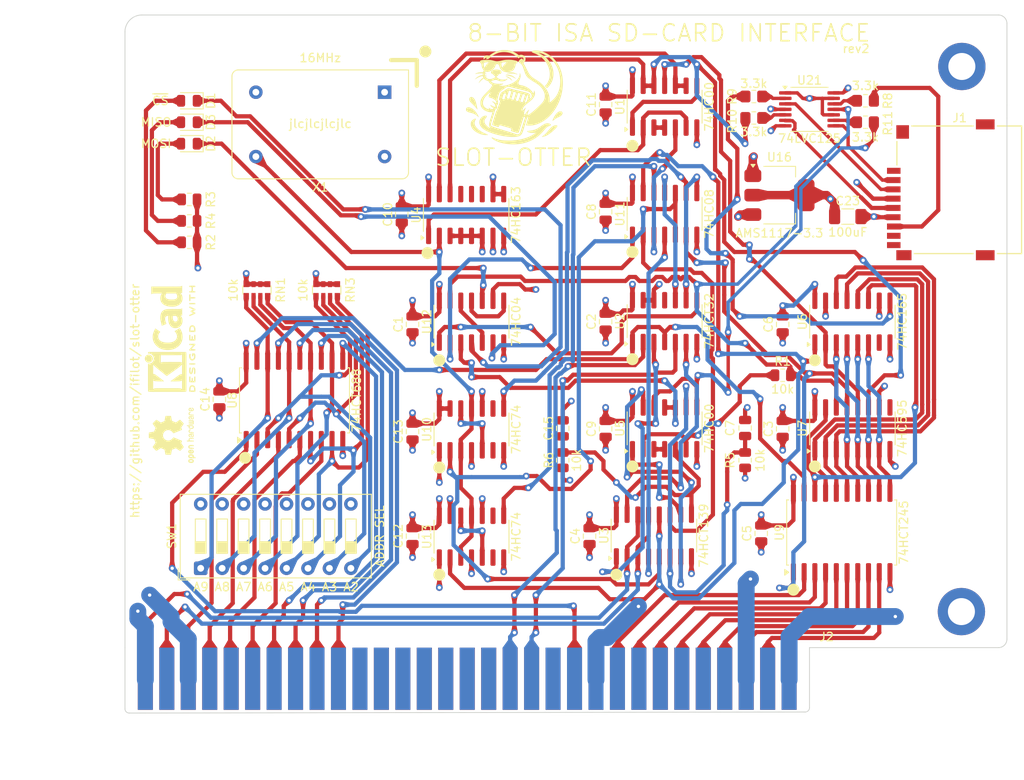
<source format=kicad_pcb>
(kicad_pcb (version 20241229) (generator "pcbnew") (generator_version "9.0")
  (title_block (title "ISA SD CARD") (date "2024-05-26") (rev "rev6"))
  (layers (0 "F.Cu" signal) (4 "In1.Cu" signal) (6 "In2.Cu" signal) (2 "B.Cu" signal) (13 "F.Paste" user) (15 "B.Paste" user) (5 "F.SilkS" user "F.Silkscreen") (7 "B.SilkS" user "B.Silkscreen") (1 "F.Mask" user) (3 "B.Mask" user) (25 "Edge.Cuts" user))
  (net 0 "")
  (net 1 "GND")
  (net 2 "VCC")
  (net 7 "CLK")
  (net 8 "~{CS}")
  (net 9 "MISO")
  (net 10 "MOSI")
  (net 22 "CLKSTOP")
  (net 23 "~{CLKSTOP}")
  (net 24 "~{CLK}")
  (net 34 "16MHz")
  (net 39 "A1")
  (net 43 "A2")
  (net 44 "~{PORTSEL}")
  (net 48 "A0")
  (net 50 "~{CLKSTART}")
  (net 52 "Net-(R1-Pad1)")
  (net 53 "~{SDOUT_SET}")
  (net 54 "~{SDOUT_RESET}")
  (net 55 "~{SER_RD}")
  (net 56 "~{SDCS_SET}")
  (net 57 "~{SDCS_RESET}")
  (net 58 "~{SER_WR}")
  (net 59 "D7")
  (net 60 "D4")
  (net 61 "D3")
  (net 62 "D5")
  (net 63 "D0")
  (net 64 "D1")
  (net 65 "D2")
  (net 66 "D6")
  (net 67 "CS")
  (net 68 "A4")
  (net 69 "A5")
  (net 70 "A9")
  (net 71 "A7")
  (net 72 "A6")
  (net 73 "A8")
  (net 74 "AEN")
  (net 75 "A3")
  (net 77 "Net-(U4-~{MR})")
  (net 78 "Net-(U1-Pad3)")
  (net 79 "Net-(U3B-E)")
  (net 81 "Net-(U3A-E)")
  (net 82 "Net-(U13B-~{Q})")
  (net 83 "~{WR}")
  (net 84 "~{RD}")
  (net 85 "Net-(D1-A)")
  (net 89 "Net-(U5-Pad3)")
  (net 92 "DB3")
  (net 93 "DB2")
  (net 94 "DB1")
  (net 95 "DB5")
  (net 96 "DB0")
  (net 97 "DB6")
  (net 98 "DB4")
  (net 99 "DB7")
  (net 100 "Net-(D2-K)")
  (net 101 "Net-(D3-K)")
  (net 102 "~{RQ_SER_RD}")
  (net 103 "~{SER_RD_AND_PULSE}")
  (net 104 "~{PULSE}")
  (net 106 "Net-(U10B-~{Q})")
  (net 107 "Net-(U10A-Q)")
  (net 109 "Net-(U11-Pad8)")
  (net 110 "Net-(U11-Pad11)")
  (net 111 "Net-(U12-Pad1)")
  (net 112 "Net-(U12-Pad12)")
  (net 113 "Net-(U12-Pad11)")
  (net 114 "Net-(U11-Pad1)")
  (net 116 "Net-(U13A-Q)")
  (net 118 "Net-(D1-K)")
  (net 119 "Net-(D2-A)")
  (net 120 "Net-(D3-A)")
  (net 121 "Net-(RN1D-R4.2)")
  (net 122 "Net-(RN1C-R3.2)")
  (net 123 "Net-(RN1A-R1.2)")
  (net 124 "Net-(RN1B-R2.2)")
  (net 125 "Net-(RN3A-R1.2)")
  (net 126 "Net-(RN3D-R4.2)")
  (net 127 "Net-(RN3B-R2.2)")
  (net 128 "Net-(RN3C-R3.2)")
  (net 129 "+3V3")
  (net 130 "CS_LLS")
  (net 131 "SCK_LLS")
  (net 135 "DI_LLS")
  (net 136 "D0_LLS")
  (net 137 "Net-(R8-Pad2)")
  (net 138 "Net-(R9-Pad2)")
  (net 139 "Net-(R10-Pad2)")
  (net 140 "Net-(R11-Pad2)")
  (footprint "Capacitor_SMD:C_0805_2012Metric" (layer "F.Cu") (at 110.725 74.215 90)
    (property "Reference" "C1")
    (property "Value" "0.1uF")
  )
  (footprint "Package_SO:SOIC-16_3.9x9.9mm_P1.27mm" (layer "F.Cu") (at 162.795 86.535 90)
    (property "Reference" "U7")
    (property "Value" "74HC595")
  )
  (footprint "Button_Switch_THT:SW_DIP_SPSTx08_Slide_9.78x22.5mm_W7.62mm_P2.54mm" (layer "F.Cu") (at 85.6525 103.11 90)
    (property "Reference" "SW1")
    (property "Value" "ADDR SEL")
  )
  (footprint "Capacitor_SMD:C_0805_2012Metric" (layer "F.Cu") (at 109.455 61.2 -90)
    (property "Reference" "C10")
    (property "Value" "100n")
  )
  (footprint "Resistor_SMD:R_0805_2012Metric_Pad1.20x1.40mm_HandSolder" (layer "F.Cu") (at 151.127 49.77)
    (property "Reference" "R10")
    (property "Value" "3.3k")
  )
  (footprint "Capacitor_SMD:C_0805_2012Metric" (layer "F.Cu") (at 110.725 86.915 90)
    (property "Reference" "C13")
    (property "Value" "0.1uF")
  )
  (footprint "Capacitor_SMD:C_0805_2012Metric" (layer "F.Cu") (at 133.585 60.88 90)
    (property "Reference" "C8")
    (property "Value" "0.1uF")
  )
  (footprint "components:ISA_CARD_EDGE_CONNECTOR_8BIT_Rev1" (layer "F.Cu") (at 155.302 120.128)
    (property "Reference" "J2")
    (property "Value" "Bus_ISA_8bit_AB_Rev0")
  )
  (footprint "LED_SMD:LED_0805_2012Metric" (layer "F.Cu") (at 84.2605 50.278 180)
    (property "Reference" "D3")
    (property "Value" "MISO")
  )
  (footprint "Oscillator:Oscillator_DIP-14" (layer "F.Cu") (at 107.423 46.722 180)
    (property "Reference" "X1")
    (property "Value" "16MHz")
  )
  (footprint "Capacitor_SMD:C_0805_2012Metric" (layer "F.Cu") (at 154.54 74.22 90)
    (property "Reference" "C6")
    (property "Value" "0.1uF")
  )
  (footprint "LED_SMD:LED_0805_2012Metric" (layer "F.Cu") (at 84.2605 52.818 180)
    (property "Reference" "D2")
    (property "Value" "MOSI")
  )
  (footprint "components:slototter-logo" (layer "F.Cu") (at 122.79 47.23)
    (property "Reference" "G***")
    (property "Value" "LOGO" (hide yes))
  )
  (footprint "Resistor_SMD:R_0805_2012Metric" (layer "F.Cu") (at 84.309 61.962)
    (property "Reference" "R4")
    (property "Value" "180")
  )
  (footprint "Resistor_SMD:R_Array_Convex_4x0612" (layer "F.Cu") (at 100.565 70.155 -90)
    (property "Reference" "RN3")
    (property "Value" "10k")
  )
  (footprint "Capacitor_SMD:C_0805_2012Metric" (layer "F.Cu") (at 133.585 48.18 90)
    (property "Reference" "C11")
    (property "Value" "0.1uF")
  )
  (footprint "Resistor_SMD:R_0805_2012Metric" (layer "F.Cu") (at 154.54 80.25)
    (property "Reference" "R1")
    (property "Value" "10k")
  )
  (footprint "Resistor_SMD:R_0805_2012Metric_Pad1.20x1.40mm_HandSolder" (layer "F.Cu") (at 151.127 47.23)
    (property "Reference" "R9")
    (property "Value" "3.3k")
  )
  (footprint "Capacitor_SMD:C_0805_2012Metric" (layer "F.Cu") (at 87.865 83.105 90)
    (property "Reference" "C14")
    (property "Value" "0.1uF")
  )
  (footprint "Capacitor_SMD:C_0805_2012Metric" (layer "F.Cu") (at 133.585 73.9 90)
    (property "Reference" "C2")
    (property "Value" "0.1uF")
  )
  (footprint "Symbol:KiCad-Logo2_5mm_SilkScreen" (layer "F.Cu") (at 82.023 75.932 90)
    (property "Reference" "REF**" (hide yes))
    (property "Value" "KiCad-Logo2_5mm_SilkScreen" (hide yes))
  )
  (footprint "Capacitor_SMD:C_0805_2012Metric" (layer "F.Cu") (at 110.725 99.3 90)
    (property "Reference" "C12")
    (property "Value" "0.1uF")
  )
  (footprint "Resistor_SMD:R_Array_Convex_4x0612" (layer "F.Cu") (at 92.31 70.155 -90)
    (property "Reference" "RN1")
    (property "Value" "10k")
  )
  (footprint "Package_SO:TSSOP-14_4.4x5mm_P0.65mm" (layer "F.Cu") (at 157.715 48.754)
    (property "Reference" "U21")
    (property "Value" "74LVC125")
  )
  (footprint "Package_SO:SOIC-14_3.9x8.7mm_P1.27mm" (layer "F.Cu") (at 140.57 61.135 90)
    (property "Reference" "U11")
    (property "Value" "74HC08")
  )
  (footprint "Capacitor_SMD:C_0805_2012Metric" (layer "F.Cu") (at 154.54 86.6 90)
    (property "Reference" "C3")
    (property "Value" "0.1uF")
  )
  (footprint "MountingHole:MountingHole_3.2mm_M3_DIN965_Pad_TopBottom" (layer "F.Cu") (at 175.6982 108.2408)
    (property "Reference" "H2")
    (property "Value" "MountingHole_Pad")
  )
  (footprint "Package_SO:SOIC-20W_7.5x12.8mm_P1.27mm" (layer "F.Cu") (at 96.755 83.22 90)
    (property "Reference" "U8")
    (property "Value" "74HCT688")
  )
  (footprint "Capacitor_SMD:C_0805_2012Metric" (layer "F.Cu") (at 131.68 99.3 90)
    (property "Reference" "C4")
    (property "Value" "0.1uF")
  )
  (footprint "Resistor_SMD:R_0805_2012Metric_Pad1.20x1.40mm_HandSolder" (layer "F.Cu") (at 164.335 47.738 180)
    (property "Reference" "R8")
    (property "Value" "3.3k")
  )
  (footprint "Capacitor_SMD:C_0805_2012Metric" (layer "F.Cu") (at 150.095 86.4965 90)
    (property "Reference" "C7")
    (property "Value" "0.1uF")
  )
  (footprint "Package_SO:SOIC-14_3.9x8.7mm_P1.27mm" (layer "F.Cu") (at 140.57 48.435 90)
    (property "Reference" "U1")
    (property "Value" "74HC00")
  )
  (footprint "Resistor_SMD:R_0805_2012Metric" (layer "F.Cu") (at 128.505 90.3065 90)
    (property "Reference" "R6")
    (property "Value" "10k")
  )
  (footprint "MountingHole:MountingHole_3.2mm_M3_DIN965_Pad_TopBottom" (layer "F.Cu") (at 175.749 43.674)
    (property "Reference" "H1")
    (property "Value" "MountingHole_Pad")
  )
  (footprint "Capacitor_SMD:C_0805_2012Metric" (layer "F.Cu") (at 152 98.98 90)
    (property "Reference" "C5")
    (property "Value" "0.1uF")
  )
  (footprint "Resistor_SMD:R_0805_2012Metric" (layer "F.Cu") (at 150.095 90.3065 -90)
    (property "Reference" "R5")
    (property "Value" "10k")
  )
  (footprint "Resistor_SMD:R_0805_2012Metric" (layer "F.Cu") (at 84.309 64.502)
    (property "Reference" "R2")
    (property "Value" "180")
  )
  (footprint "Resistor_SMD:R_0805_2012Metric_Pad1.20x1.40mm_HandSolder" (layer "F.Cu") (at 164.335 50.278 180)
    (property "Reference" "R11")
    (property "Value" "3.3k")
  )
  (footprint "Symbol:OSHW-Logo2_7.3x6mm_SilkScreen" (layer "F.Cu") (at 82.277 87.362 90)
    (property "Reference" "REF**" (hide yes))
    (property "Value" "OSHW-Logo2_7.3x6mm_SilkScreen" (hide yes))
  )
  (footprint "Package_SO:SOIC-16_3.9x9.9mm_P1.27mm" (layer "F.Cu") (at 162.795 73.9 90)
    (property "Reference" "U6")
    (property "Value" "74HC165")
  )
  (footprint "Capacitor_SMD:C_1206_3216Metric_Pad1.33x1.80mm_HandSolder" (layer "F.Cu") (at 162.2485 61.454)
    (property "Reference" "C23")
    (property "Value" "100uF")
  )
  (footprint "Resistor_SMD:R_0805_2012Metric" (layer "F.Cu") (at 84.309 59.422)
    (property "Reference" "R3")
    (property "Value" "180")
  )
  (footprint "components:CONN9_MSD-1_CUD" (layer "F.Cu") (at 175.441304 58.279098 90)
    (property "Reference" "J1")
    (property "Value" "Micro_SD_Card_Det1")
  )
  (footprint "Capacitor_SMD:C_0805_2012Metric" (layer "F.Cu") (at 133.585 86.6 90)
    (property "Reference" "C9")
    (property "Value" "0.1uF")
  )
  (footprint "Package_SO:SOIC-14_3.9x8.7mm_P1.27mm" (layer "F.Cu") (at 140.57 86.535 90)
    (property "Reference" "U5")
    (property "Value" "74HC00")
  )
  (footprint "LED_SMD:LED_0805_2012Metric" (layer "F.Cu") (at 84.2605 47.738 180)
    (property "Reference" "D1")
    (property "Value" "~{CS}")
  )
  (footprint "Package_TO_SOT_SMD:SOT-223-3_TabPin2" (layer "F.Cu") (at 154.159 58.914)
    (property "Reference" "U16")
    (property "Value" "AMS1117-3.3")
  )
  (footprint "Package_SO:SOIC-20W_7.5x12.8mm_P1.27mm" (layer "F.Cu") (at 161.525 98.87 90)
    (property "Reference" "U9")
    (property "Value" "74HCT245")
  )
  (footprint "Package_SO:SOIC-16_3.9x9.9mm_P1.27mm" (layer "F.Cu") (at 117.075 61.265 90)
    (property "Reference" "U4")
    (property "Value" "74HC163")
  )
  (footprint "Package_SO:SOIC-14_3.9x8.7mm_P1.27mm" (layer "F.Cu") (at 140.57 73.835 90)
    (property "Reference" "U2")
    (property "Value" "74HCT32")
  )
  (footprint "Package_SO:SOIC-14_3.9x8.7mm_P1.27mm" (layer "F.Cu") (at 117.71 99.365 90)
    (property "Reference" "U13")
    (property "Value" "74HC74")
  )
  (footprint "Capacitor_SMD:C_0805_2012Metric" (layer "F.Cu") (at 128.505 86.534 90)
    (property "Reference" "C15")
    (property "Value" "0.1uF")
  )
  (footprint "Package_SO:SOIC-16_3.9x9.9mm_P1.27mm" (layer "F.Cu") (at 139.3 99.235 90)
    (property "Reference" "U3")
    (property "Value" "74HCT139")
  )
  (footprint "Package_SO:SOIC-14_3.9x8.7mm_P1.27mm" (layer "F.Cu") (at 117.71 86.665 90)
    (property "Reference" "U10")
    (property "Value" "74HC74")
  )
  (footprint "Package_SO:SOIC-14_3.9x8.7mm_P1.27mm" (layer "F.Cu") (at 117.71 73.9 90)
    (property "Reference" "U12")
    (property "Value" "74HC04")
  )
  (gr_circle (center 112.503 65.772) (end 112.503 66.407) (stroke (width 0.15)) (fill yes) (layer "F.SilkS"))
  (gr_line (start 108.185 42.912) (end 111.233 42.912) (stroke (width 0.5)) (layer "F.SilkS"))
  (gr_circle (center 134.855 103.872) (end 134.855 104.507) (stroke (width 0.15)) (fill yes) (layer "F.SilkS"))
  (gr_circle (center 136.76 53.072) (end 136.76 53.707) (stroke (width 0.15)) (fill yes) (layer "F.SilkS"))
  (gr_line (start 111.233 42.912) (end 111.233 45.96) (stroke (width 0.5)) (layer "F.SilkS"))
  (gr_circle (center 158.35 78.472) (end 158.35 79.107) (stroke (width 0.15)) (fill yes) (layer "F.SilkS"))
  (gr_circle (center 155.81 105.65) (end 155.81 106.285) (stroke (width 0.15)) (fill yes) (layer "F.SilkS"))
  (gr_circle (center 113.9 91.172) (end 113.9 91.807) (stroke (width 0.15)) (fill yes) (layer "F.SilkS"))
  (gr_circle (center 113.9 78.472) (end 113.9 79.107) (stroke (width 0.15)) (fill yes) (layer "F.SilkS"))
  (gr_circle (center 136.76 91.045) (end 136.76 91.68) (stroke (width 0.15)) (fill yes) (layer "F.SilkS"))
  (gr_circle (center 158.35 91.045) (end 158.35 91.68) (stroke (width 0.15)) (fill yes) (layer "F.SilkS"))
  (gr_circle (center 90.913 90.029) (end 90.913 90.664) (stroke (width 0.15)) (fill yes) (layer "F.SilkS"))
  (gr_circle (center 112.249 41.896) (end 112.249 42.531) (stroke (width 0.15)) (fill yes) (layer "F.SilkS"))
  (gr_circle (center 113.9 103.872) (end 113.9 104.507) (stroke (width 0.15)) (fill yes) (layer "F.SilkS"))
  (gr_circle (center 136.76 65.645) (end 136.76 66.28) (stroke (width 0.15)) (fill yes) (layer "F.SilkS"))
  (gr_circle (center 136.76 78.345) (end 136.76 78.98) (stroke (width 0.15)) (fill yes) (layer "F.SilkS"))
  (gr_line (start 181.083 111.508) (end 181.083 49.77) (stroke (width 0.1)) (layer "Edge.Cuts"))
  (gr_line (start 78.689 37.578) (end 180.083 37.578) (stroke (width 0.1)) (layer "Edge.Cuts"))
  (gr_line (start 76.689 112.508) (end 76.689 39.578) (stroke (width 0.1)) (layer "Edge.Cuts"))
  (gr_arc (start 181.083 111.508) (mid 180.790107 112.215107) (end 180.083 112.508) (stroke (width 0.1)) (layer "Edge.Cuts"))
  (gr_line (start 157.215784 120.128782) (end 77.189784 120.254215) (stroke (width 0.1)) (layer "Edge.Cuts"))
  (gr_line (start 157.715 119.628783) (end 157.715 112.508) (stroke (width 0.1)) (layer "Edge.Cuts"))
  (gr_arc (start 180.083 37.578) (mid 180.790107 37.870893) (end 181.083 38.578) (stroke (width 0.1)) (layer "Edge.Cuts"))
  (gr_line (start 181.083 48.23) (end 181.083 49.77) (stroke (width 0.1)) (layer "Edge.Cuts"))
  (gr_arc (start 76.689 39.578) (mid 77.274786 38.163786) (end 78.689 37.578) (stroke (width 0.1)) (layer "Edge.Cuts"))
  (gr_line (start 181.083 48.23) (end 181.083 38.578) (stroke (width 0.1)) (layer "Edge.Cuts"))
  (gr_arc (start 77.189784 120.254215) (mid 76.835719 120.108047) (end 76.689 119.754216) (stroke (width 0.1)) (layer "Edge.Cuts"))
  (gr_line (start 76.689 119.754216) (end 76.689 112.508) (stroke (width 0.1)) (layer "Edge.Cuts"))
  (gr_line (start 157.715 112.508) (end 180.083 112.508) (stroke (width 0.1)) (layer "Edge.Cuts"))
  (gr_arc (start 157.715 119.628783) (mid 157.56883 119.982059) (end 157.215784 120.128782) (stroke (width 0.1)) (layer "Edge.Cuts"))
  (gr_text "8-BIT ISA SD-CARD INTERFACE" (at 117.075 40.88 0) (layer "F.SilkS") (effects (font (size 2 2) (thickness 0.2)) (justify left bottom)))
  (gr_text "A2" (at 102.4446 105.904 0) (layer "F.SilkS") (effects (font (size 1 1)) (justify left bottom)))
  (gr_text "A9" (at 84.6646 105.904 0) (layer "F.SilkS") (effects (font (size 1 1)) (justify left bottom)))
  (gr_text "rev2" (at 161.525 42.15 0) (layer "F.SilkS") (effects (font (size 1 1)) (justify left bottom)))
  (gr_text "SLOT-OTTER" (at 113.265 55.612 0) (layer "F.SilkS") (effects (font (size 2 2) (thickness 0.2)) (justify left bottom)))
  (gr_text "https://github.com/ifilot/slot-otter" (at 78.467 97.268 90) (layer "F.SilkS") (effects (font (size 1 1)) (justify left bottom)))
  (gr_text "A4" (at 97.3646 105.904 0) (layer "F.SilkS") (effects (font (size 1 1)) (justify left bottom)))
  (gr_text "A3" (at 99.9046 105.904 0) (layer "F.SilkS") (effects (font (size 1 1)) (justify left bottom)))
  (gr_text "jlcjlcjlcjlc" (at 95.993 51.04 0) (layer "F.SilkS") (effects (font (size 1 1)) (justify left bottom)))
  (gr_text "A8" (at 87.2046 105.904 0) (layer "F.SilkS") (effects (font (size 1 1)) (justify left bottom)))
  (gr_text "A6" (at 92.2846 105.904 0) (layer "F.SilkS") (effects (font (size 1 1)) (justify left bottom)))
  (gr_text "A5" (at 94.8246 105.904 0) (layer "F.SilkS") (effects (font (size 1 1)) (justify left bottom)))
  (gr_text "A7" (at 89.7446 105.904 0) (layer "F.SilkS") (effects (font (size 1 1)) (justify left bottom)))
  (segment (start 144.38 76.31) (end 144.38 78.345) (width 0.5) (layer "F.Cu") (net 1))
  (segment (start 133.585 61.83) (end 133.585 63.105) (width 0.5) (layer "F.Cu") (net 1))
  (segment (start 118.98 63.74) (end 115.17 63.74) (width 0.5) (layer "F.Cu") (net 1))
  (segment (start 159.239 47.454) (end 160.5775 47.454) (width 0.4) (layer "F.Cu") (net 1))
  (segment (start 99.295 69.455) (end 101.835 69.455) (width 0.5) (layer "F.Cu") (net 1))
  (segment (start 153.163574 48.754) (end 153.116485 48.706911) (width 0.4) (layer "F.Cu") (net 1))
  (segment (start 154.54 75.17) (end 154.54 76.44) (width 0.5) (layer "F.Cu") (net 1))
  (segment (start 121.52 101.84) (end 121.52 103.53) (width 0.5) (layer "F.Cu") (net 1))
  (segment (start 159.62 71.425) (end 159.62 73.265) (width 0.5) (layer "F.Cu") (net 1))
  (segment (start 167.24 103.52) (end 167.24 105.65) (width 0.5) (layer "F.Cu") (net 1))
  (segment (start 150.095 85.5465) (end 150.095 84.314) (width 0.5) (layer "F.Cu") (net 1))
  (segment (start 163.811 61.454) (end 165.335 61.454) (width 0.4) (layer "F.Cu") (net 1))
  (segment (start 165.410107 61.529107) (end 165.335 61.454) (width 0.5) (layer "F.Cu") (net 1))
  (segment (start 159.381 49.404) (end 159.239 49.262) (width 0.4) (layer "F.Cu") (net 1))
  (segment (start 152 99.93) (end 152 101.205) (width 0.5) (layer "F.Cu") (net 1))
  (segment (start 167.689605 61.529107) (end 165.410107 61.529107) (width 0.5) (layer "F.Cu") (net 1))
  (segment (start 91.04 69.455) (end 91.04 68.185) (width 0.5) (layer "F.Cu") (net 1))
  (segment (start 87.865 84.055) (end 87.865 85.33) (width 0.5) (layer "F.Cu") (net 1))
  (segment (start 121.52 76.375) (end 121.52 78.345) (width 0.5) (layer "F.Cu") (net 1))
  (segment (start 167.24 76.375) (end 167.24 78.345) (width 0.5) (layer "F.Cu") (net 1))
  (segment (start 109.455 62.15) (end 109.455 63.74) (width 0.5) (layer "F.Cu") (net 1))
  (segment (start 167.24 89.01) (end 167.24 90.41) (width 0.5) (layer "F.Cu") (net 1))
  (segment (start 133.585 49.13) (end 133.585 50.405) (width 0.5) (layer "F.Cu") (net 1))
  (segment (start 159.239 49.262) (end 159.239 47.454) (width 0.4) (layer "F.Cu") (net 1))
  (segment (start 118.98 63.74) (end 118.98 65.645) (width 0.5) (layer "F.Cu") (net 1))
  (segment (start 154.8525 48.754) (end 153.163574 48.754) (width 0.4) (layer "F.Cu") (net 1))
  (segment (start 110.725 100.25) (end 110.725 101.84) (width 0.5) (layer "F.Cu") (net 1))
  (segment (start 151.009 56.614) (end 151.009 54.444) (width 1) (layer "F.Cu") (net 1))
  (segment (start 156.273 46.804) (end 156.923 47.454) (width 0.4) (layer "F.Cu") (net 1))
  (segment (start 133.585 87.55) (end 133.585 89.14) (width 0.5) (layer "F.Cu") (net 1))
  (segment (start 133.585 74.85) (end 133.585 76.44) (width 0.5) (layer "F.Cu") (net 1))
  (segment (start 121.52 89.14) (end 121.52 91.045) (width 0.5) (layer "F.Cu") (net 1))
  (segment (start 128.505 84.314) (end 128.759 84.06) (width 0.5) (layer "F.Cu") (net 1))
  (segment (start 110.725 87.865) (end 110.725 89.14) (width 0.5) (layer "F.Cu") (net 1))
  (segment (start 154.8525 50.704) (end 153.733 50.704) (width 0.4) (layer "F.Cu") (net 1))
  (segment (start 153.733 50.704) (end 153.143 51.294) (width 0.4) (layer "F.Cu") (net 1))
  (segment (start 99.295 69.455) (end 99.295 68.185) (width 0.5) (layer "F.Cu") (net 1))
  (segment (start 156.923 47.454) (end 157.715 47.454) (width 0.4) (layer "F.Cu") (net 1))
  (segment (start 102.47 87.87) (end 102.47 89.775) (width 0.5) (layer "F.Cu") (net 1))
  (segment (start 139.3 71.36) (end 139.3 70.09) (width 0.5) (layer "F.Cu") (net 1))
  (segment (start 121.52 63.74) (end 121.52 65.645) (width 0.5) (layer "F.Cu") (net 1))
  (segment (start 144.38 89.01) (end 144.38 91.045) (width 0.5) (layer "F.Cu") (net 1))
  (segment (start 110.725 75.165) (end 110.725 76.44) (width 0.5) (layer "F.Cu") (net 1))
  (segment (start 144.38 63.61) (end 144.38 65.645) (width 0.5) (layer "F.Cu") (net 1))
  (segment (start 151.009 54.444) (end 151.111 54.342) (width 1) (layer "F.Cu") (net 1))
  (segment (start 157.715 47.454) (end 159.239 47.454) (width 0.4) (layer "F.Cu") (net 1))
  (segment (start 128.759 84.06) (end 129.521 83.298) (width 0.5) (layer "F.Cu") (net 1))
  (segment (start 144.38 50.91) (end 144.38 52.945) (width 0.5) (layer "F.Cu") (net 1))
  (segment (start 154.8525 46.804) (end 156.273 46.804) (width 0.4) (layer "F.Cu") (net 1))
  (segment (start 91.04 69.455) (end 93.58 69.455) (width 0.5) (layer "F.Cu") (net 1))
  (segment (start 139.3 70.09) (end 139.935 69.455) (width 0.5) (layer "F.Cu") (net 1))
  (segment (start 128.505 85.584) (end 128.505 84.314) (width 0.5) (layer "F.Cu") (net 1))
  (segment (start 143.745 101.71) (end 143.745 103.745) (width 0.5) (layer "F.Cu") (net 1))
  (segment (start 131.68 100.25) (end 131.68 101.84) (width 0.5) (layer "F.Cu") (net 1))
  (segment (start 154.54 87.55) (end 154.54 89.14) (width 0.5) (layer "F.Cu") (net 1))
  (segment (start 160.5775 49.404) (end 159.381 49.404) (width 0.4) (layer "F.Cu") (net 1))
  (segment (start 167.24 90.41) (end 167.875 91.045) (width 0.5) (layer "F.Cu") (net 1))
  (segment (start 138.03 71.36) (end 139.3 71.36) (width 0.5) (layer "F.Cu") (net 1))
  (segment (start 150.095 84.314) (end 150.349 84.06) (width 0.5) (layer "F.Cu") (net 1))
  (via (at 144.38 91.045) (size 0.8) (drill 0.4) (layers "F.Cu" "B.Cu") (net 1))
  (via (at 133.585 89.14) (size 0.8) (drill 0.4) (layers "F.Cu" "B.Cu") (net 1))
  (via (at 165.335 61.454) (size 0.8) (drill 0.4) (layers "F.Cu" "B.Cu") (net 1))
  (via (at 109.455 63.74) (size 0.8) (drill 0.4) (layers "F.Cu" "B.Cu") (net 1))
  (via (at 151.111 54.342) (size 0.8) (drill 0.4) (layers "F.Cu" "B.Cu") (net 1))
  (via (at 167.875 91.045) (size 0.8) (drill 0.4) (layers "F.Cu" "B.Cu") (net 1))
  (via (at 102.47 89.775) (size 0.8) (drill 0.4) (layers "F.Cu" "B.Cu") (net 1))
  (via (at 133.585 76.44) (size 0.8) (drill 0.4) (layers "F.Cu" "B.Cu") (net 1))
  (via (at 157.715 47.454) (size 0.8) (drill 0.4) (layers "F.Cu" "B.Cu") (net 1))
  (via (at 99.295 68.185) (size 0.8) (drill 0.4) (layers "F.Cu" "B.Cu") (net 1))
  (via (at 133.585 50.405) (size 0.8) (drill 0.4) (layers "F.Cu" "B.Cu") (net 1))
  (via (at 167.875 108.825) (size 0.8) (drill 0.4) (layers "F.Cu" "B.Cu") (net 1))
  (via (at 150.349 84.06) (size 0.8) (drill 0.4) (layers "F.Cu" "B.Cu") (net 1))
  (via (at 78.213 108.19) (size 0.8) (drill 0.4) (layers "F.Cu" "B.Cu") (net 1))
  (via (at 144.38 65.645) (size 0.8) (drill 0.4) (layers "F.Cu" "B.Cu") (net 1))
  (via (at 129.521 83.298) (size 0.8) (drill 0.4) (layers "F.Cu" "B.Cu") (net 1))
  (via (at 152 101.205) (size 0.8) (drill 0.4) (layers "F.Cu" "B.Cu") (net 1))
  (via (at 144.38 78.345) (size 0.8) (drill 0.4) (layers "F.Cu" "B.Cu") (net 1))
  (via (at 131.68 101.84) (size 0.8) (drill 0.4) (layers "F.Cu" "B.Cu") (net 1))
  (via (at 110.725 76.44) (size 0.8) (drill 0.4) (layers "F.Cu" "B.Cu") (net 1))
  (via (at 159.62 73.265) (size 0.8) (drill 0.4) (layers "F.Cu" "B.Cu") (net 1))
  (via (at 167.24 105.65) (size 0.8) (drill 0.4) (layers "F.Cu" "B.Cu") (net 1))
  (via (at 153.116485 48.706911) (size 0.8) (drill 0.4) (layers "F.Cu" "B.Cu") (net 1))
  (via (at 154.54 76.44) (size 0.8) (drill 0.4) (layers "F.Cu" "B.Cu") (net 1))
  (via (at 87.865 85.33) (size 0.8) (drill 0.4) (layers "F.Cu" "B.Cu") (net 1))
  (via (at 121.52 103.53) (size 0.8) (drill 0.4) (layers "F.Cu" "B.Cu") (net 1))
  (via (at 121.52 65.645) (size 0.8) (drill 0.4) (layers "F.Cu" "B.Cu") (net 1))
  (via (at 110.725 89.14) (size 0.8) (drill 0.4) (layers "F.Cu" "B.Cu") (net 1))
  (via (at 121.52 78.345) (size 0.8) (drill 0.4) (layers "F.Cu" "B.Cu") (net 1))
  (via (at 143.745 103.745) (size 0.8) (drill 0.4) (layers "F.Cu" "B.Cu") (net 1))
  (via (at 110.725 101.84) (size 0.8) (drill 0.4) (layers "F.Cu" "B.Cu") (net 1))
  (via (at 137.468512 107.628512) (size 0.8) (drill 0.4) (layers "F.Cu" "B.Cu") (net 1))
  (via (at 144.38 52.945) (size 0.8) (drill 0.4) (layers "F.Cu" "B.Cu") (net 1))
  (via (at 91.04 68.185) (size 0.8) (drill 0.4) (layers "F.Cu" "B.Cu") (net 1))
  (via (at 153.143 51.294) (size 0.8) (drill 0.4) (layers "F.Cu" "B.Cu") (net 1))
  (via (at 118.98 65.645) (size 0.8) (drill 0.4) (layers "F.Cu" "B.Cu") (net 1))
  (via (at 133.585 63.105) (size 0.8) (drill 0.4) (layers "F.Cu" "B.Cu") (net 1))
  (via (at 154.54 89.14) (size 0.8) (drill 0.4) (layers "F.Cu" "B.Cu") (net 1))
  (via (at 121.52 91.045) (size 0.8) (drill 0.4) (layers "F.Cu" "B.Cu") (net 1))
  (via (at 139.935 69.455) (size 0.8) (drill 0.4) (layers "F.Cu" "B.Cu") (net 1))
  (via (at 167.24 78.345) (size 0.8) (drill 0.4) (layers "F.Cu" "B.Cu") (net 1))
  (segment (start 132.442 111.756) (end 132.891 111.307) (width 2) (layer "B.Cu") (net 1))
  (segment (start 78.213 109.079) (end 79.102 109.968) (width 2) (layer "B.Cu") (net 1))
  (segment (start 132.891 111.307) (end 133.790024 111.307) (width 2) (layer "B.Cu") (net 1))
  (segment (start 155.302 116.318) (end 155.302 111.18442) (width 2) (layer "B.Cu") (net 1))
  (segment (start 155.302 111.18442) (end 157.66142 108.825) (width 2) (layer "B.Cu") (net 1))
  (segment (start 133.790024 111.307) (end 137.468512 107.628512) (width 2) (layer "B.Cu") (net 1))
  (segment (start 78.213 108.19) (end 78.213 109.079) (width 2) (layer "B.Cu") (net 1))
  (segment (start 79.102 109.968) (end 79.102 116.318) (width 2) (layer "B.Cu") (net 1))
  (segment (start 132.442 116.318) (end 132.442 111.756) (width 2) (layer "B.Cu") (net 1))
  (segment (start 157.66142 108.825) (end 167.875 108.825) (width 2) (layer "B.Cu") (net 1))
  (segment (start 136.76 58.66) (end 136.76 56.755) (width 0.5) (layer "F.Cu") (net 2))
  (segment (start 155.81 94.22) (end 155.81 92.315) (width 0.5) (layer "F.Cu") (net 2))
  (segment (start 155.81 97.395) (end 155.81 94.22) (width 0.5) (layer "F.Cu") (net 2))
  (segment (start 109.455 60.25) (end 109.455 58.66) (width 0.5) (layer "F.Cu") (net 2))
  (segment (start 154.54 73.27) (end 154.54 71.995) (width 0.5) (layer "F.Cu") (net 2))
  (segment (start 136.76 45.96) (end 136.76 44.055) (width 0.5) (layer "F.Cu") (net 2))
  (segment (start 158.157 85.65) (end 158.35 85.457) (width 0.5) (layer "F.Cu") (net 2))
  (segment (start 113.9 85.457) (end 113.9 84.19) (width 0.5) (layer "F.Cu") (net 2))
  (segment (start 134.855 96.76) (end 134.855 94.855) (width 0.5) (layer "F.Cu") (net 2))
  (segment (start 120.25 63.74) (end 120.25 65.645) (width 0.5) (layer "F.Cu") (net 2))
  (segment (start 136.633 72.564) (end 136.76 72.437) (width 0.5) (layer "F.Cu") (net 2))
  (segment (start 120.25 58.79) (end 121.52 58.79) (width 0.5) (layer "F.Cu") (net 2))
  (segment (start 155.175 98.03) (end 155.81 97.395) (width 0.5) (layer "F.Cu") (net 2))
  (segment (start 110.725 85.965) (end 110.725 84.695) (width 0.5) (layer "F.Cu") (net 2))
  (segment (start 158.35 84.06) (end 158.35 82.155) (width 0.5) (layer "F.Cu") (net 2))
  (segment (start 152.127 96.633) (end 152 96.76) (width 0.5) (layer "F.Cu") (net 2))
  (segment (start 91.04 81.139) (end 91.04 78.57) (width 0.5) (layer "F.Cu") (net 2))
  (segment (start 165.97 82.155) (end 166.605 81.52) (width 0.5) (layer "F.Cu") (net 2))
  (segment (start 113.9 101.84) (end 113.9 105.396) (width 0.5) (layer "F.Cu") (net 2))
  (segment (start 129.334918 92.696) (end 129.354999 92.675919) (width 0.5) (layer "F.Cu") (net 2))
  (segment (start 136.313 85.65) (end 136.76 85.203) (width 0.5) (layer "F.Cu") (net 2))
  (segment (start 117.71 89.14) (end 117.71 91.045) (width 0.5) (layer "F.Cu") (net 2))
  (segment (start 113.392 73.265) (end 113.9 72.757) (width 0.5) (layer "F.Cu") (net 2))
  (segment (start 118.98 96.89) (end 118.98 94.855) (width 0.5) (layer "F.Cu") (net 2))
  (segment (start 158.35 85.457) (end 158.35 84.06) (width 0.5) (layer "F.Cu") (net 2))
  (segment (start 85.2215 64.502) (end 85.2215 67.4465) (width 0.5) (layer "F.Cu") (net 2))
  (segment (start 134.535 98.35) (end 134.855 98.03) (width 0.5) (layer "F.Cu") (net 2))
  (segment (start 136.76 84.06) (end 136.76 82.155) (width 0.5) (layer "F.Cu") (net 2))
  (segment (start 158.35 71.425) (end 158.35 69.455) (width 0.5) (layer "F.Cu") (net 2))
  (segment (start 113.9 72.757) (end 113.9 71.425) (width 0.5) (layer "F.Cu") (net 2))
  (segment (start 151.009 61.214) (end 149.513 61.214) (width 1) (layer "F.Cu") (net 2))
  (segment (start 128.505 92.442) (end 128.759 92.696) (width 0.5) (layer "F.Cu") (net 2))
  (segment (start 110.725 98.35) (end 110.725 96.76) (width 0.5) (layer "F.Cu") (net 2))
  (segment (start 112.63 58.79) (end 112.63 56.755) (width 0.5) (layer "F.Cu") (net 2))
  (segment (start 113.9 97.903) (end 113.9 96.89) (width 0.5) (layer "F.Cu") (net 2))
  (segment (start 136.633 59.93) (end 133.585 59.93) (width 0.5) (layer "F.Cu") (net 2))
  (segment (start 152 98.03) (end 152 96.76) (width 0.5) (layer "F.Cu") (net 2))
  (segment (start 136.76 59.803) (end 136.633 59.93) (width 0.5) (layer "F.Cu") (net 2))
  (segment (start 133.585 85.65) (end 133.585 84.06) (width 0.5) (layer "F.Cu") (net 2))
  (segment (start 120.25 58.79) (end 120.25 56.755) (width 0.5) (layer "F.Cu") (net 2))
  (segment (start 133.585 85.65) (end 136.313 85.65) (width 0.5) (layer "F.Cu") (net 2))
  (segment (start 133.585 72.95) (end 135.297 72.95) (width 0.5) (layer "F.Cu") (net 2))
  (segment (start 110.725 98.35) (end 113.453 98.35) (width 0.5) (layer "F.Cu") (net 2))
  (segment (start 115.17 96.89) (end 115.17 94.855) (width 0.5) (layer "F.Cu") (net 2))
  (segment (start 136.76 71.36) (end 136.76 69.455) (width 0.5) (layer "F.Cu") (net 2))
  (segment (start 113.9 84.19) (end 113.9 82.155) (width 0.5) (layer "F.Cu") (net 2))
  (segment (start 135.297 72.95) (end 135.683 72.564) (width 0.5) (layer "F.Cu") (net 2))
  (segment (start 136.633 47.23) (end 133.585 47.23) (width 0.5) (layer "F.Cu") (net 2))
  (segment (start 90.024 82.155) (end 91.04 81.139) (width 0.5) (layer "F.Cu") (net 2))
  (segment (start 109.455 60.25) (end 112.437 60.25) (width 0.5) (layer "F.Cu") (net 2))
  (segment (start 113.9 84.19) (end 115.17 84.19) (width 0.5) (layer "F.Cu") (net 2))
  (segment (start 113.9 96.89) (end 113.9 94.855) (width 0.5) (layer "F.Cu") (net 2))
  (segment (start 133.585 59.93) (end 133.585 58.66) (width 0.5) (layer "F.Cu") (net 2))
  (segment (start 128.505 91.219) (end 128.505 92.442) (width 0.5) (layer "F.Cu") (net 2))
  (segment (start 150.095 91.219) (end 150.095 92.442) (width 0.5) (layer "F.Cu") (net 2))
  (segment (start 154.54 85.65) (end 158.157 85.65) (width 0.5) (layer "F.Cu") (net 2))
  (segment (start 135.683 72.564) (end 136.633 72.564) (width 0.5) (layer "F.Cu") (net 2))
  (segment (start 154.54 85.65) (end 154.54 84.06) (width 0.5) (layer "F.Cu") (net 2))
  (segment (start 149.513 61.214) (end 149.273 61.454) (width 1) (layer "F.Cu") (net 2))
  (segment (start 110.725 73.265) (end 113.392 73.265) (width 0.5) (layer "F.Cu") (net 2))
  (segment (start 165.97 71.425) (end 165.97 73.265) (width 0.5) (layer "F.Cu") (net 2))
  (segment (start 113.453 98.35) (end 113.9 97.903) (width 0.5) (layer "F.Cu") (net 2))
  (segment (start 136.76 45.96) (end 136.76 47.103) (width 0.5) (layer "F.Cu") (net 2))
  (segment (start 112.63 60.057) (end 112.63 58.79) (width 0.5) (layer "F.Cu") (net 2))
  (segment (start 136.76 58.66) (end 136.76 59.803) (width 0.5) (layer "F.Cu") (net 2))
  (segment (start 134.855 98.03) (end 134.855 96.76) (width 0.5) (layer "F.Cu") (net 2))
  (segment (start 131.68 98.35) (end 134.535 98.35) (width 0.5) (layer "F.Cu") (net 2))
  (segment (start 87.865 82.155) (end 90.024 82.155) (width 0.5) (layer "F.Cu") (net 2))
  (segment (start 91.04 78.57) (end 91.04 76.44) (width 0.5) (layer "F.Cu") (net 2))
  (segment (start 128.759 92.696) (end 129.334918 92.696) (width 0.5) (layer "F.Cu") (net 2))
  (segment (start 136.76 72.437) (end 136.76 71.36) (width 0.5) (layer "F.Cu") (net 2))
  (segment (start 165.97 84.06) (end 165.97 82.155) (width 0.5) (layer "F.Cu") (net 2))
  (segment (start 118.98 84.19) (end 118.98 82.155) (width 0.5) (layer "F.Cu") (net 2))
  (segment (start 113.9 71.425) (end 113.9 69.455) (width 0.5) (layer "F.Cu") (net 2))
  (segment (start 87.865 82.155) (end 87.865 80.885) (width 0.5) (layer "F.Cu") (net 2))
  (segment (start 110.725 73.265) (end 110.725 71.36) (width 0.5) (layer "F.Cu") (net 2))
  (segment (start 113.9 89.14) (end 113.9 92.95) (width 0.5) (layer "F.Cu") (net 2))
  (segment (start 152 98.03) (end 155.175 98.03) (width 0.5) (layer "F.Cu") (net 2))
  (segment (start 112.437 60.25) (end 112.63 60.057) (width 0.5) (layer "F.Cu") (net 2))
  (segment (start 113.392 85.965) (end 113.9 85.457) (width 0.5) (layer "F.Cu") (net 2))
  (segment (start 131.68 98.35) (end 131.68 96.76) (width 0.5) (layer "F.Cu") (net 2))
  (segment (start 133.585 72.95) (end 133.585 71.36) (width 0.5) (layer "F.Cu") (net 2))
  (segment (start 117.71 101.84) (end 117.71 103.745) (width 0.5) (layer "F.Cu") (net 2))
  (segment (start 136.76 85.203) (end 136.76 84.06) (width 0.5) (layer "F.Cu") (net 2))
  (segment (start 133.585 47.23) (end 133.585 45.96) (width 0.5) (layer "F.Cu") (net 2))
  (segment (start 85.2215 59.422) (end 85.2215 64.502) (width 0.5) (layer "F.Cu") (net 2))
  (segment (start 110.725 85.965) (end 113.392 85.965) (width 0.5) (layer "F.Cu") (net 2))
  (segment (start 136.76 47.103) (end 136.633 47.23) (width 0.5) (layer "F.Cu") (net 2))
  (via (at 131.68 96.76) (size 0.8) (drill 0.4) (layers "F.Cu" "B.Cu") (net 2))
  (via (at 112.63 56.755) (size 0.8) (drill 0.4) (layers "F.Cu" "B.Cu") (net 2))
  (via (at 136.76 56.755) (size 0.8) (drill 0.4) (layers "F.Cu" "B.Cu") (net 2))
  (via (at 158.35 69.455) (size 0.8) (drill 0.4) (layers "F.Cu" "B.Cu") (net 2))
  (via (at 117.71 103.745) (size 0.8) (drill 0.4) (layers "F.Cu" "B.Cu") (net 2))
  (via (at 150.73 104.38) (size 0.8) (drill 0.4) (layers "F.Cu" "B.Cu") (net 2))
  (via (at 110.725 96.76) (size 0.8) (drill 0.4) (layers "F.Cu" "B.Cu") (net 2))
  (via (at 134.855 94.855) (size 0.8) (drill 0.4) (layers "F.Cu" "B.Cu") (net 2))
  (via (at 152 96.76) (size 0.8) (drill 0.4) (layers "F.Cu" "B.Cu") (net 2))
  (via (at 136.76 44.055) (size 0.8) (drill 0.4) (layers "F.Cu" "B.Cu") (net 2))
  (via (at 118.98 94.855) (size 0.8) (drill 0.4) (layers "F.Cu" "B.Cu") (net 2))
  (via (at 115.17 94.855) (size 0.8) (drill 0.4) (layers "F.Cu" "B.Cu") (net 2))
  (via (at 149.273 61.454) (size 0.8) (drill 0.4) (layers "F.Cu" "B.Cu") (net 2))
  (via (at 120.25 56.755) (size 0.8) (drill 0.4) (layers "F.Cu" "B.Cu") (net 2))
  (via (at 110.725 84.695) (size 0.8) (drill 0.4) (layers "F.Cu" "B.Cu") (net 2))
  (via (at 117.71 91.045) (size 0.8) (drill 0.4) (layers "F.Cu" "B.Cu") (net 2))
  (via (at 120.25 65.645) (size 0.8) (drill 0.4) (layers "F.Cu" "B.Cu") (net 2))
  (via (at 155.81 92.315) (size 0.8) (drill 0.4) (layers "F.Cu" "B.Cu") (net 2))
  (via (at 133.585 84.06) (size 0.8) (drill 0.4) (layers "F.Cu" "B.Cu") (net 2))
  (via (at 133.585 45.96) (size 0.8) (drill 0.4) (layers "F.Cu" "B.Cu") (net 2))
  (via (at 165.97 73.265) (size 0.8) (drill 0.4) (layers "F.Cu" "B.Cu") (net 2))
  (via (at 154.54 84.06) (size 0.8) (drill 0.4) (layers "F.Cu" "B.Cu") (net 2))
  (via (at 91.04 76.44) (size 0.8) (drill 0.4) (layers "F.Cu" "B.Cu") (net 2))
  (via (at 150.095 92.442) (size 0.8) (drill 0.4) (layers "F.Cu" "B.Cu") (net 2))
  (via (at 118.98 82.155) (size 0.8) (drill 0.4) (layers "F.Cu" "B.Cu") (net 2))
  (via (at 154.54 71.995) (size 0.8) (drill 0.4) (layers "F.Cu" "B.Cu") (net 2))
  (via (at 136.76 69.455) (size 0.8) (drill 0.4) (layers "F.Cu" "B.Cu") (net 2))
  (via (at 79.61 106.285) (size 0.8) (drill 0.4) (layers "F.Cu" "B.Cu") (net 2))
  (via (at 87.865 80.885) (size 0.8) (drill 0.4) (layers "F.Cu" "B.Cu") (net 2))
  (via (at 85.325 67.55) (size 0.8) (drill 0.4) (layers "F.Cu" "B.Cu") (net 2))
  (via (at 113.9 82.155) (size 0.8) (drill 0.4) (layers "F.Cu" "B.Cu") (net 2))
  (via (at 166.605 81.52) (size 0.8) (drill 0.4) (layers "F.Cu" "B.Cu") (net 2))
  (via (at 113.9 105.396) (size 0.8) (drill 0.4) (layers "F.Cu" "B.Cu") (net 2))
  (via (at 133.585 58.66) (size 0.8) (drill 0.4) (layers "F.Cu" "B.Cu") (net 2))
  (via (at 158.35 82.155) (size 0.8) (drill 0.4) (layers "F.Cu" "B.Cu") (net 2))
  (via (at 113.9 69.455) (size 0.8) (drill 0.4) (layers "F.Cu" "B.Cu") (net 2))
  (via (at 133.585 71.36) (size 0.8) (drill 0.4) (layers "F.Cu" "B.Cu") (net 2))
  (via (at 113.9 94.855) (size 0.8) (drill 0.4) (layers "F.Cu" "B.Cu") (net 2))
  (via (at 129.354999 92.675919) (size 0.8) (drill 0.4) (layers "F.Cu" "B.Cu") (net 2))
  (via (at 113.9 92.95) (size 0.8) (drill 0.4) (layers "F.Cu" "B.Cu") (net 2))
  (via (at 110.725 71.36) (size 0.8) (drill 0.4) (layers "F.Cu" "B.Cu") (net 2))
  (via (at 109.455 58.66) (size 0.8) (drill 0.4) (layers "F.Cu" "B.Cu") (net 2))
  (via (at 136.76 82.155) (size 0.8) (drill 0.4) (layers "F.Cu" "B.Cu") (net 2))
  (segment (start 150.222 116.318) (end 150.222 104.888) (width 2) (layer "B.Cu") (net 2))
  (segment (start 154.54 71.995) (end 155.81 71.995) (width 0.5) (layer "B.Cu") (net 2))
  (segment (start 82.785 110.095) (end 82.15 109.46) (width 2) (layer "B.Cu") (net 2))
  (segment (start 150.222 104.888) (end 150.73 104.38) (width 2) (layer "B.Cu") (net 2))
  (segment (start 155.81 71.995) (end 158.35 69.455) (width 0.5) (layer "B.Cu") (net 2))
  (segment (start 82.15 108.825) (end 79.61 106.285) (width 2) (layer "B.Cu") (net 2))
  (segment (start 84.182 116.318) (end 84.182 111.492) (width 2) (layer "B.Cu") (net 2))
  (segment (start 84.182 111.492) (end 82.785 110.095) (width 2) (layer "B.Cu") (net 2))
  (segment (start 82.15 109.46) (end 82.15 108.825) (width 2) (layer "B.Cu") (net 2))
  (segment (start 146.637496 55.904) (end 146.539 55.904) (width 0.5) (layer "F.Cu") (net 7))
  (segment (start 138.03 45.96) (end 139.3 45.96) (width 0.5) (layer "F.Cu") (net 7))
  (segment (start 146.539 55.904) (end 146.539 45.579) (width 0.5) (layer "F.Cu") (net 7))
  (segment (start 146.539 45.579) (end 144.38 43.42) (width 0.5) (layer "F.Cu") (net 7))
  (segment (start 117.644 42.851) (end 115.17 45.325) (width 0.5) (layer "F.Cu") (net 7))
  (segment (start 147.621 57.099636) (end 147.136 56.614636) (width 0.5) (layer "F.Cu") (net 7))
  (segment (start 164.7 84.06) (end 164.7 82.155) (width 0.5) (layer "F.Cu") (net 7))
  (segment (start 147.621 64.441) (end 147.621 57.099636) (width 0.5) (layer "F.Cu") (net 7))
  (segment (start 166.605 80.25) (end 168.51 80.25) (width 0.5) (layer "F.Cu") (net 7))
  (segment (start 139.3 45.96) (end 139.3 43.42) (width 0.5) (layer "F.Cu") (net 7))
  (segment (start 150.127 49.77) (end 150.127 52.786) (width 0.5) (layer "F.Cu") (net 7))
  (segment (start 147.136 56.402504) (end 146.637496 55.904) (width 0.5) (layer "F.Cu") (net 7))
  (segment (start 115.17 45.325) (end 115.17 58.79) (width 0.5) (layer "F.Cu") (net 7))
  (segment (start 164.7 82.155) (end 166.605 80.25) (width 0.5) (layer "F.Cu") (net 7))
  (segment (start 163.081 65.645) (end 148.825 65.645) (width 0.5) (layer "F.Cu") (net 7))
  (segment (start 164.065 66.629) (end 163.081 65.645) (width 0.5) (layer "F.Cu") (net 7))
  (segment (start 147.136 56.614636) (end 147.136 56.402504) (width 0.5) (layer "F.Cu") (net 7))
  (segment (start 150.127 52.786) (end 150.095 52.818) (width 0.5) (layer "F.Cu") (net 7))
  (segment (start 138.03 43.42) (end 137.461 42.851) (width 0.5) (layer "F.Cu") (net 7))
  (segment (start 148.825 65.645) (end 147.621 64.441) (width 0.5) (layer "F.Cu") (net 7))
  (segment (start 138.03 45.96) (end 138.03 43.42) (width 0.5) (layer "F.Cu") (net 7))
  (segment (start 137.461 42.851) (end 117.644 42.851) (width 0.5) (layer "F.Cu") (net 7))
  (via (at 139.3 43.42) (size 0.8) (drill 0.4) (layers "F.Cu" "B.Cu") (net 7))
  (via (at 164.065 66.629) (size 0.8) (drill 0.4) (layers "F.Cu" "B.Cu") (net 7))
  (via (at 144.38 43.42) (size 0.8) (drill 0.4) (layers "F.Cu" "B.Cu") (net 7))
  (via (at 168.51 80.25) (size 0.8) (drill 0.4) (layers "F.Cu" "B.Cu") (net 7))
  (via (at 150.095 52.818) (size 0.8) (drill 0.4) (layers "F.Cu" "B.Cu") (net 7))
  (segment (start 143.529 42.569) (end 140.151 42.569) (width 0.5) (layer "B.Cu") (net 7))
  (segment (start 144.38 47.103) (end 144.38 43.42) (width 0.5) (layer "B.Cu") (net 7))
  (segment (start 168.51 71.074) (end 164.065 66.629) (width 0.5) (layer "B.Cu") (net 7))
  (segment (start 150.095 52.818) (end 144.38 47.103) (width 0.5) (layer "B.Cu") (net 7))
  (segment (start 168.51 80.25) (end 168.51 71.074) (width 0.5) (layer "B.Cu") (net 7))
  (segment (start 144.38 43.42) (end 143.529 42.569) (width 0.5) (layer "B.Cu") (net 7))
  (segment (start 140.151 42.569) (end 139.3 43.42) (width 0.5) (layer "B.Cu") (net 7))
  (segment (start 165.335 50.278) (end 165.335 52.31) (width 0.4) (layer "F.Cu") (net 8))
  (segment (start 148.092541 75.140459) (end 148.092541 82.282) (width 0.4) (layer "F.Cu") (net 8))
  (segment (start 144.38 81.586504) (end 143.462496 80.669) (width 0.5) (layer "F.Cu") (net 8))
  (segment (start 142.691 80.669) (end 141.205 82.155) (width 0.5) (layer "F.Cu") (net 8))
  (segment (start 144.38 82.282) (end 144.38 81.586504) (width 0.5) (layer "F.Cu") (net 8))
  (segment (start 143.462496 80.669) (end 142.691 80.669) (width 0.5) (layer "F.Cu") (net 8))
  (segment (start 144.38 82.282) (end 144.38 80.377) (width 0.5) (layer "F.Cu") (net 8))
  (segment (start 144.38 84.06) (end 144.38 82.282) (width 0.5) (layer "F.Cu") (net 8))
  (segment (start 139.3 82.79) (end 139.3 84.06) (width 0.5) (layer "F.Cu") (net 8))
  (segment (start 144.38 80.377) (end 144.507 80.25) (width 0.5) (layer "F.Cu") (net 8))
  (segment (start 165.335 52.31) (end 164.319 53.326) (width 0.4) (layer "F.Cu") (net 8))
  (segment (start 141.205 82.155) (end 139.935 82.155) (width 0.5) (layer "F.Cu") (net 8))
  (segment (start 139.935 82.155) (end 139.3 82.79) (width 0.5) (layer "F.Cu") (net 8))
  (via (at 148.092541 75.140459) (size 0.8) (drill 0.4) (layers "F.Cu" "B.Cu") (net 8))
  (via (at 144.507 80.25) (size 0.8) (drill 0.4) (layers "F.Cu" "B.Cu") (net 8))
  (via (at 148.092541 82.282) (size 0.8) (drill 0.4) (layers "F.Cu" "B.Cu") (net 8))
  (via (at 164.319 53.326) (size 0.8) (drill 0.4) (layers "F.Cu" "B.Cu") (net 8))
  (segment (start 156.699 62.978) (end 148.092541 71.584459) (width 0.4) (layer "B.Cu") (net 8))
  (segment (start 161.485942 53.326) (end 156.699 58.112942) (width 0.4) (layer "B.Cu") (net 8))
  (segment (start 144.507 80.25) (end 146.060541 80.25) (width 0.5) (layer "B.Cu") (net 8))
  (segment (start 156.699 58.112942) (end 156.699 62.978) (width 0.4) (layer "B.Cu") (net 8))
  (segment (start 148.092541 71.584459) (end 148.092541 75.140459) (width 0.4) (layer "B.Cu") (net 8))
  (segment (start 146.060541 80.25) (end 148.092541 82.282) (width 0.5) (layer "B.Cu") (net 8))
  (segment (start 164.319 53.326) (end 161.485942 53.326) (width 0.4) (layer "B.Cu") (net 8))
  (segment (start 141.017504 69.074) (end 141.487504 68.604) (width 0.5) (layer "F.Cu") (net 9))
  (segment (start 142.192496 68.604) (end 142.475 68.886504) (width 0.5) (layer "F.Cu") (net 9))
  (segment (start 143.462496 68.604) (end 143.932496 69.074) (width 0.5) (layer "F.Cu") (net 9))
  (segment (start 140.757496 69.074) (end 141.017504 69.074) (width 0.5) (layer "F.Cu") (net 9))
  (segment (start 156.445 80.25) (end 155.4525 80.25) (width 0.5) (layer "F.Cu") (net 9))
  (segment (start 115.17 69.455) (end 116.059 68.566) (width 0.5) (layer "F.Cu") (net 9))
  (segment (start 160.89 81.52) (end 160.255 80.885) (width 0.5) (layer "F.Cu") (net 9))
  (segment (start 160.255 80.885) (end 157.08 80.885) (width 0.5) (layer "F.Cu") (net 9))
  (segment (start 123.527364 68.566) (end 124.035364 69.074) (width 0.5) (layer "F.Cu") (net 9))
  (segment (start 150.095 76.44) (end 152.635 78.98) (width 0.5) (layer "F.Cu") (net 9))
  (segment (start 155.4525 79.2575) (end 155.4525 80.25) (width 0.5) (layer "F.Cu") (net 9))
  (segment (start 139.112504 69.074) (end 139.582504 68.604) (width 0.5) (layer "F.Cu") (net 9))
  (segment (start 137.582496 69.074) (end 139.112504 69.074) (width 0.5) (layer "F.Cu") (net 9))
  (segment (start 142.757504 68.604) (end 143.462496 68.604) (width 0.5) (layer "F.Cu") (net 9))
  (segment (start 143.932496 69.074) (end 143.999 69.074) (width 0.5) (layer "F.Cu") (net 9))
  (segment (start 152.635 78.98) (end 155.175 78.98) (width 0.5) (layer "F.Cu") (net 9))
  (segment (start 141.487504 68.604) (end 142.192496 68.604) (width 0.5) (layer "F.Cu") (net 9))
  (segment (start 135.937504 69.074) (end 136.407504 68.604) (width 0.5) (layer "F.Cu") (net 9))
  (segment (start 139.582504 68.604) (end 140.287496 68.604) (width 0.5) (layer "F.Cu") (net 9))
  (segment (start 157.08 80.885) (end 156.445 80.25) (width 0.5) (layer "F.Cu") (net 9))
  (segment (start 160.89 84.06) (end 160.89 81.52) (width 0.5) (layer "F.Cu") (net 9))
  (segment (start 124.035364 69.074) (end 135.937504 69.074) (width 0.5) (layer "F.Cu") (net 9))
  (segment (start 137.112496 68.604) (end 137.582496 69.074) (width 0.5) (layer "F.Cu") (net 9))
  (segment (start 136.407504 68.604) (end 137.112496 68.604) (width 0.5) (layer "F.Cu") (net 9))
  (segment (start 140.287496 68.604) (end 140.757496 69.074) (width 0.5) (layer "F.Cu") (net 9))
  (segment (start 155.175 78.98) (end 155.4525 79.2575) (width 0.5) (layer "F.Cu") (net 9))
  (segment (start 143.999 69.074) (end 144.38 69.455) (width 0.5) (layer "F.Cu") (net 9))
  (segment (start 160.5775 48.754) (end 162.287 48.754) (width 0.4) (layer "F.Cu") (net 9))
  (segment (start 142.475 68.886504) (end 142.757504 68.604) (width 0.5) (layer "F.Cu") (net 9))
  (segment (start 115.17 71.425) (end 115.17 69.455) (width 0.5) (layer "F.Cu") (net 9))
  (segment (start 116.059 68.566) (end 123.527364 68.566) (width 0.5) (layer "F.Cu") (net 9))
  (via (at 144.38 69.455) (size 0.8) (drill 0.4) (layers "F.Cu" "B.Cu") (net 9))
  (via (at 150.095 76.44) (size 0.8) (drill 0.4) (layers "F.Cu" "B.Cu") (net 9))
  (via (at 162.287 48.754) (size 0.8) (drill 0.4) (layers "F.Cu" "B.Cu") (net 9))
  (segment (start 144.38 72.63) (end 144.38 69.455) (width 0.5) (layer "B.Cu") (net 9))
  (segment (start 150.095 76.44) (end 148.19 76.44) (width 0.5) (layer "B.Cu") (net 9))
  (segment (start 162.287 48.754) (end 162.287 51.675) (width 0.4) (layer "B.Cu") (net 9))
  (segment (start 162.287 51.675) (end 156.098 57.864) (width 0.4) (layer "B.Cu") (net 9))
  (segment (start 148.19 76.44) (end 144.38 72.63) (width 0.5) (layer "B.Cu") (net 9))
  (segment (start 149.206 69.455) (end 144.38 69.455) (width 0.4) (layer "B.Cu") (net 9))
  (segment (start 156.098 57.864) (end 156.098 62.563) (width 0.4) (layer "B.Cu") (net 9))
  (segment (start 156.098 62.563) (end 149.206 69.455) (width 0.4) (layer "B.Cu") (net 9))
  (segment (start 148.621 66.859496) (end 148.621 66.562504) (width 0.5) (layer "F.Cu") (net 10))
  (segment (start 150.127 47.23) (end 148.571 47.23) (width 0.5) (layer "F.Cu") (net 10))
  (segment (start 120.885 69.455) (end 120.25 70.09) (width 0.5) (layer "F.Cu") (net 10))
  (segment (start 147.850577 65.792081) (end 147.769999 65.792081) (width 0.5) (layer "F.Cu") (net 10))
  (segment (start 148.571 47.23) (end 148.063 47.738) (width 0.5) (layer "F.Cu") (net 10))
  (segment (start 148.063 52.31) (end 149.172 53.419) (width 0.5) (layer "F.Cu") (net 10))
  (segment (start 123.425 69.455) (end 120.885 69.455) (width 0.5) (layer "F.Cu") (net 10))
  (segment (start 167.24 71.425) (end 167.24 73.265) (width 0.5) (layer "F.Cu") (net 10))
  (segment (start 148.063 47.738) (end 148.063 52.31) (width 0.5) (layer "F.Cu") (net 10))
  (segment (start 149.172 53.419) (end 149.172 59.422) (width 0.5) (layer "F.Cu") (net 10))
  (segment (start 125.33 70.09) (end 124.06 70.09) (width 0.5) (layer "F.Cu") (net 10))
  (segment (start 148.621 66.562504) (end 147.850577 65.792081) (width 0.5) (layer "F.Cu") (net 10))
  (segment (start 124.06 70.09) (end 123.425 69.455) (width 0.5) (layer "F.Cu") (net 10))
  (segment (start 149.46 73.265) (end 148.621 72.426) (width 0.5) (layer "F.Cu") (net 10))
  (segment (start 148.621 72.426) (end 148.621 66.859496) (width 0.5) (layer "F.Cu") (net 10))
  (segment (start 120.25 70.09) (end 120.25 71.425) (width 0.5) (layer "F.Cu") (net 10))
  (via (at 167.24 73.265) (size 0.8) (drill 0.4) (layers "F.Cu" "B.Cu") (net 10))
  (via (at 149.46 73.265) (size 0.8) (drill 0.4) (layers "F.Cu" "B.Cu") (net 10))
  (via (at 147.769999 65.792081) (size 0.8) (drill 0.4) (layers "F.Cu" "B.Cu") (net 10))
  (via (at 149.172 59.422) (size 0.8) (drill 0.4) (layers "F.Cu" "B.Cu") (net 10))
  (via (at 125.33 70.09) (size 0.8) (drill 0.4) (layers "F.Cu" "B.Cu") (net 10))
  (segment (start 167.24 73.265) (end 166.389 74.116) (width 0.5) (layer "B.Cu") (net 10))
  (segment (start 146.031 65.792081) (end 147.769999 65.792081) (width 0.5) (layer "B.Cu") (net 10))
  (segment (start 166.389 74.116) (end 157.931 74.116) (width 0.5) (layer "B.Cu") (net 10))
  (segment (start 146.031 65.792081) (end 145.523 65.284081) (width 0.5) (layer "B.Cu") (net 10))
  (segment (start 157.08 73.265) (end 149.46 73.265) (width 0.5) (layer "B.Cu") (net 10))
  (segment (start 157.931 74.116) (end 157.08 73.265) (width 0.5) (layer "B.Cu") (net 10))
  (segment (start 145.523 65.284081) (end 145.523 63.071) (width 0.5) (layer "B.Cu") (net 10))
  (segment (start 145.523 63.071) (end 149.172 59.422) (width 0.5) (layer "B.Cu") (net 10))
  (segment (start 140.57 42.15) (end 117.075 42.15) (width 0.5) (layer "F.Cu") (net 22))
  (segment (start 141.84 45.96) (end 143.11 45.96) (width 0.5) (layer "F.Cu") (net 22))
  (segment (start 117.075 42.15) (end 113.9 45.325) (width 0.5) (layer "F.Cu") (net 22))
  (segment (start 141.84 45.96) (end 141.84 43.42) (width 0.5) (layer "F.Cu") (net 22))
  (segment (start 141.84 43.42) (end 140.57 42.15) (width 0.5) (layer "F.Cu") (net 22))
  (segment (start 113.9 45.325) (end 113.9 58.79) (width 0.5) (layer "F.Cu") (net 22))
  (segment (start 138.03 47.865) (end 136.76 49.135) (width 0.5) (layer "F.Cu") (net 23))
  (segment (start 136.76 49.135) (end 136.76 50.91) (width 0.5) (layer "F.Cu") (net 23))
  (segment (start 144.38 45.96) (end 144.38 47.23) (width 0.5) (layer "F.Cu") (net 23))
  (segment (start 144.38 47.23) (end 143.745 47.865) (width 0.5) (layer "F.Cu") (net 23))
  (segment (start 143.745 47.865) (end 138.03 47.865) (width 0.5) (layer "F.Cu") (net 23))
  (segment (start 148.322 63.237) (end 148.322 54.85) (width 0.5) (layer "F.Cu") (net 24))
  (segment (start 147.047 44.69) (end 144.926 42.569) (width 0.5) (layer "F.Cu") (net 24))
  (segment (start 148.322 54.85) (end 147.24 53.768) (width 0.5) (layer "F.Cu") (net 24))
  (segment (start 147.24 45.288636) (end 147.047 45.095636) (width 0.5) (layer "F.Cu") (net 24))
  (segment (start 163.43 84.06) (end 163.43 82.077272) (width 0.5) (layer "F.Cu") (net 24))
  (segment (start 159.836 79.196) (end 159.62 78.98) (width 0.5) (layer "F.Cu") (net 24))
  (segment (start 150.603 66.495) (end 150.945 66.495) (width 0.5) (layer "F.Cu") (net 24))
  (segment (start 149.88 64.795) (end 148.322 63.237) (width 0.5) (layer "F.Cu") (net 24))
  (segment (start 159.62 78.98) (end 159.62 76.375) (width 0.5) (layer "F.Cu") (net 24))
  (segment (start 147.24 53.768) (end 147.24 45.288636) (width 0.5) (layer "F.Cu") (net 24))
  (segment (start 143.961 42.569) (end 143.11 43.42) (width 0.5) (layer "F.Cu") (net 24))
  (segment (start 150.945 66.495) (end 159.62 75.17) (width 0.5) (layer "F.Cu") (net 24))
  (segment (start 150.603 64.795) (end 149.88 64.795) (width 0.5) (layer "F.Cu") (net 24))
  (segment (start 144.926 42.569) (end 143.961 42.569) (width 0.5) (layer "F.Cu") (net 24))
  (segment (start 163.43 82.077272) (end 160.548728 79.196) (width 0.5) (layer "F.Cu") (net 24))
  (segment (start 140.57 45.96) (end 140.57 43.42) (width 0.5) (layer "F.Cu") (net 24))
  (segment (start 160.548728 79.196) (end 159.836 79.196) (width 0.5) (layer "F.Cu") (net 24))
  (segment (start 159.62 75.17) (end 159.62 76.375) (width 0.5) (layer "F.Cu") (net 24))
  (segment (start 147.047 45.095636) (end 147.047 44.69) (width 0.5) (layer "F.Cu") (net 24))
  (via (at 150.603 66.495) (size 0.8) (drill 0.4) (layers "F.Cu" "B.Cu") (net 24))
  (via (at 143.11 43.42) (size 0.8) (drill 0.4) (layers "F.Cu" "B.Cu") (net 24))
  (via (at 140.57 43.42) (size 0.8) (drill 0.4) (layers "F.Cu" "B.Cu") (net 24))
  (via (at 150.603 64.795) (size 0.8) (drill 0.4) (layers "F.Cu" "B.Cu") (net 24))
  (segment (start 150.603 66.495) (end 150.603 64.795) (width 0.5) (layer "B.Cu") (net 24))
  (segment (start 143.11 43.42) (end 140.57 43.42) (width 0.5) (layer "B.Cu") (net 24))
  (segment (start 116.44 100.57) (end 117.71 99.3) (width 0.5) (layer "F.Cu") (net 34))
  (segment (start 117.71 86.6) (end 117.71 84.19) (width 0.5) (layer "F.Cu") (net 34))
  (segment (start 117.71 96.89) (end 117.71 94.855) (width 0.5) (layer "F.Cu") (net 34))
  (segment (start 116.44 93.585) (end 116.44 89.14) (width 0.5) (layer "F.Cu") (net 34))
  (segment (start 103.486 65.645) (end 113.9 65.645) (width 0.5) (layer "F.Cu") (net 34))
  (segment (start 113.9 65.645) (end 113.9 63.74) (width 0.5) (layer "F.Cu") (net 34))
  (segment (start 116.44 87.87) (end 117.71 86.6) (width 0.5) (layer "F.Cu") (net 34))
  (segment (start 117.71 94.855) (end 116.44 93.585) (width 0.5) (layer "F.Cu") (net 34))
  (segment (start 117.71 99.3) (end 117.71 96.89) (width 0.5) (layer "F.Cu") (net 34))
  (segment (start 116.44 89.14) (end 116.44 87.87) (width 0.5) (layer "F.Cu") (net 34))
  (segment (start 92.183 54.342) (end 103.486 65.645) (width 0.5) (layer "F.Cu") (net 34))
  (segment (start 117.71 84.19) (end 117.71 82.155) (width 0.5) (layer "F.Cu") (net 34))
  (segment (start 116.44 101.84) (end 116.44 100.57) (width 0.5) (layer "F.Cu") (net 34))
  (via (at 117.71 82.155) (size 0.8) (drill 0.4) (layers "F.Cu" "B.Cu") (net 34))
  (via (at 113.9 65.645) (size 0.8) (drill 0.4) (layers "F.Cu" "B.Cu") (net 34))
  (segment (start 113.049 69.036) (end 113.9 68.185) (width 0.5) (layer "B.Cu") (net 34))
  (segment (start 117.71 82.155) (end 113.049 77.494) (width 0.5) (layer "B.Cu") (net 34))
  (segment (start 113.9 68.185) (end 113.9 65.645) (width 0.5) (layer "B.Cu") (net 34))
  (segment (start 113.049 77.494) (end 113.049 69.036) (width 0.5) (layer "B.Cu") (net 34))
  (segment (start 137.395 101.71) (end 137.395 100.57) (width 0.5) (layer "F.Cu") (net 39))
  (segment (start 138.665 99.3) (end 138.665 96.76) (width 0.5) (layer "F.Cu") (net 39))
  (segment (start 83.801 107.682) (end 81.642 109.841) (width 0.5) (layer "F.Cu") (net 39))
  (segment (start 81.642 109.841) (end 81.642 116.318) (width 0.5) (layer "F.Cu") (net 39))
  (segment (start 137.395 103.745) (end 137.395 101.71) (width 0.5) (layer "F.Cu") (net 39))
  (segment (start 137.395 100.57) (end 138.665 99.3) (width 0.5) (layer "F.Cu") (net 39))
  (via (at 137.395 103.745) (size 0.8) (drill 0.4) (layers "F.Cu" "B.Cu") (net 39))
  (via (at 83.801 107.682) (size 0.8) (drill 0.4) (layers "F.Cu" "B.Cu") (net 39))
  (segment (start 85.788 109.669) (end 133.376 109.669) (width 0.5) (layer "B.Cu") (net 39))
  (segment (start 133.376 109.669) (end 137.395 105.65) (width 0.5) (layer "B.Cu") (net 39))
  (segment (start 137.395 105.65) (end 137.395 103.745) (width 0.5) (layer "B.Cu") (net 39))
  (segment (start 83.801 107.682) (end 85.788 109.669) (width 0.5) (layer "B.Cu") (net 39))
  (segment (start 86.9415 94.971818) (end 86.9415 107.2085) (width 0.5) (layer "F.Cu") (net 43))
  (segment (start 92.31 87.87) (end 92.31 89.603318) (width 0.5) (layer "F.Cu") (net 43))
  (segment (start 84.182 109.968) (end 84.182 116.318) (width 0.5) (layer "F.Cu") (net 43))
  (segment (start 86.9415 107.2085) (end 84.182 109.968) (width 0.5) (layer "F.Cu") (net 43))
  (segment (start 92.31 89.603318) (end 86.9415 94.971818) (width 0.5) (layer "F.Cu") (net 43))
  (segment (start 157.08 92.315) (end 157.08 94.22) (width 0.5) (layer "F.Cu") (net 44))
  (segment (start 155.175 90.41) (end 157.08 92.315) (width 0.5) (layer "F.Cu") (net 44))
  (segment (start 151.873 83.044) (end 151.873 87.743) (width 0.5) (layer "F.Cu") (net 44))
  (segment (start 137.395 74.535) (end 139.935 74.535) (width 0.5) (layer "F.Cu") (net 44))
  (segment (start 154.54 90.41) (end 155.175 90.41) (width 0.5) (layer "F.Cu") (net 44))
  (segment (start 141.205 74.535) (end 140.57 75.17) (width 0.5) (layer "F.Cu") (net 44))
  (segment (start 136.76 75.17) (end 137.395 74.535) (width 0.5) (layer "F.Cu") (net 44))
  (segment (start 140.57 75.17) (end 140.57 76.31) (width 0.5) (layer "F.Cu") (net 44))
  (segment (start 136.76 78.345) (end 136.76 76.31) (width 0.5) (layer "F.Cu") (net 44))
  (segment (start 141.84 74.535) (end 141.205 74.535) (width 0.5) (layer "F.Cu") (net 44))
  (segment (start 113.9 79.615) (end 125.33 79.615) (width 0.5) (layer "F.Cu") (net 44))
  (segment (start 139.935 74.535) (end 140.57 75.17) (width 0.5) (layer "F.Cu") (net 44))
  (segment (start 151.873 87.743) (end 154.54 90.41) (width 0.5) (layer "F.Cu") (net 44))
  (segment (start 136.76 76.31) (end 136.76 75.17) (width 0.5) (layer "F.Cu") (net 44))
  (segment (start 126.6 78.345) (end 136.76 78.345) (width 0.5) (layer "F.Cu") (net 44))
  (segment (start 92.31 78.57) (end 92.31 76.44) (width 0.5) (layer "F.Cu") (net 44))
  (segment (start 125.33 79.615) (end 126.6 78.345) (width 0.5) (layer "F.Cu") (net 44))
  (via (at 113.9 79.615) (size 0.8) (drill 0.4) (layers "F.Cu" "B.Cu") (net 44))
  (via (at 141.84 74.535) (size 0.8) (drill 0.4) (layers "F.Cu" "B.Cu") (net 44))
  (via (at 92.31 76.44) (size 0.8) (drill 0.4) (layers "F.Cu" "B.Cu") (net 44))
  (via (at 151.873 83.044) (size 0.8) (drill 0.4) (layers "F.Cu" "B.Cu") (net 44))
  (segment (start 145.65 75.805) (end 144.38 74.535) (width 0.5) (layer "B.Cu") (net 44))
  (segment (start 151.873 83.044) (end 151.0475 82.2185) (width 0.5) (layer "B.Cu") (net 44))
  (segment (start 149.46 82.2185) (end 145.65 78.4085) (width 0.5) (layer "B.Cu") (net 44))
  (segment (start 151.0475 82.2185) (end 149.46 82.2185) (width 0.5) (layer "B.Cu") (net 44))
  (segment (start 109.822588 79.615) (end 113.9 79.615) (width 0.5) (layer "B.Cu") (net 44))
  (segment (start 103.693588 73.486) (end 109.587 79.379412) (width 0.5) (layer "B.Cu") (net 44))
  (segment (start 145.65 78.4085) (end 145.65 75.805) (width 0.5) (layer "B.Cu") (net 44))
  (segment (start 95.264 73.486) (end 103.693588 73.486) (width 0.5) (layer "B.Cu") (net 44))
  (segment (start 92.31 76.44) (end 95.264 73.486) (width 0.5) (layer "B.Cu") (net 44))
  (segment (start 109.587 79.379412) (end 109.822588 79.615) (width 0.5) (layer "B.Cu") (net 44))
  (segment (start 144.38 74.535) (end 141.84 74.535) (width 0.5) (layer "B.Cu") (net 44))
  (segment (start 137.395 99.3) (end 137.395 96.76) (width 0.5) (layer "F.Cu") (net 48))
  (segment (start 136.125 103.745) (end 136.125 101.71) (width 0.5) (layer "F.Cu") (net 48))
  (segment (start 79.102 109.587) (end 79.102 116.318) (width 0.5) (layer "F.Cu") (net 48))
  (segment (start 84.055 106.158) (end 82.531 106.158) (width 0.5) (layer "F.Cu") (net 48))
  (segment (start 82.531 106.158) (end 79.102 109.587) (width 0.5) (layer "F.Cu") (net 48))
  (segment (start 136.125 101.71) (end 136.125 100.57) (width 0.5) (layer "F.Cu") (net 48))
  (segment (start 136.125 100.57) (end 137.395 99.3) (width 0.5) (layer "F.Cu") (net 48))
  (via (at 136.125 103.745) (size 0.8) (drill 0.4) (layers "F.Cu" "B.Cu") (net 48))
  (via (at 84.055 106.158) (size 0.8) (drill 0.4) (layers "F.Cu" "B.Cu") (net 48))
  (segment (start 136.125 105.65) (end 136.125 103.745) (width 0.5) (layer "B.Cu") (net 48))
  (segment (start 84.055 106.158) (end 86.865 108.968) (width 0.5) (layer "B.Cu") (net 48))
  (segment (start 132.807 108.968) (end 136.125 105.65) (width 0.5) (layer "B.Cu") (net 48))
  (segment (start 86.865 108.968) (end 132.807 108.968) (width 0.5) (layer "B.Cu") (net 48))
  (segment (start 140.91104 54.50896) (end 141.84 53.58) (width 0.5) (layer "F.Cu") (net 50))
  (segment (start 139.3 65.645) (end 139.3 63.61) (width 0.5) (layer "F.Cu") (net 50))
  (segment (start 140.91104 55.186806) (end 140.91104 54.50896) (width 0.5) (layer "F.Cu") (net 50))
  (segment (start 141.84 53.58) (end 141.84 50.91) (width 0.5) (layer "F.Cu") (net 50))
  (segment (start 140.307882 55.789964) (end 140.91104 55.186806) (width 0.5) (layer "F.Cu") (net 50))
  (via (at 140.307882 55.789964) (size 0.8) (drill 0.4) (layers "F.Cu" "B.Cu") (net 50))
  (via (at 139.3 65.645) (size 0.8) (drill 0.4) (layers "F.Cu" "B.Cu") (net 50))
  (segment (start 140.307882 55.789964) (end 139.3 56.797846) (width 0.5) (layer "B.Cu") (net 50))
  (segment (start 139.3 56.797846) (end 139.3 65.645) (width 0.5) (layer "B.Cu") (net 50))
  (segment (start 144.524223 87.379223) (end 143.600777 87.379223) (width 0.5) (layer "F.Cu") (net 52))
  (segment (start 138.665 87.235) (end 142.475 87.235) (width 0.5) (layer "F.Cu") (net 52))
  (segment (start 142.475 87.235) (end 143.11 87.87) (width 0.5) (layer "F.Cu") (net 52))
  (segment (start 143.11 87.87) (end 143.11 89.01) (width 0.5) (layer "F.Cu") (net 52))
  (segment (start 149.46 81.52) (end 149.46 83.425) (width 0.5) (layer "F.Cu") (net 52))
  (segment (start 149.46 83.425) (end 146.92 85.965) (width 0.5) (layer "F.Cu") (net 52))
  (segment (start 150.73 80.25) (end 149.46 81.52) (width 0.5) (layer "F.Cu") (net 52))
  (segment (start 153.6275 80.25) (end 150.73 80.25) (width 0.5) (layer "F.Cu") (net 52))
  (segment (start 143.600777 87.379223) (end 143.11 87.87) (width 0.5) (layer "F.Cu") (net 52))
  (segment (start 138.03 89.01) (end 138.03 87.87) (width 0.5) (layer "F.Cu") (net 52))
  (segment (start 138.03 87.87) (end 138.665 87.235) (width 0.5) (layer "F.Cu") (net 52))
  (via (at 144.524223 87.379223) (size 0.8) (drill 0.4) (layers "F.Cu" "B.Cu") (net 52))
  (via (at 146.92 85.965) (size 0.8) (drill 0.4) (layers "F.Cu" "B.Cu") (net 52))
  (segment (start 145.938446 85.965) (end 144.524223 87.379223) (width 0.5) (layer "B.Cu") (net 52))
  (segment (start 146.92 85.965) (end 145.938446 85.965) (width 0.5) (layer "B.Cu") (net 52))
  (segment (start 142.475 96.125) (end 142.475 96.76) (width 0.5) (layer "F.Cu") (net 53))
  (segment (start 141.078 94.728) (end 142.475 96.125) (width 0.5) (layer "F.Cu") (net 53))
  (segment (start 139.935 94.728) (end 141.078 94.728) (width 0.5) (layer "F.Cu") (net 53))
  (segment (start 137.18 90.83) (end 136.76 90.41) (width 0.5) (layer "F.Cu") (net 53))
  (segment (start 136.76 90.41) (end 136.76 89.01) (width 0.5) (layer "F.Cu") (net 53))
  (segment (start 139.935 90.83) (end 137.18 90.83) (width 0.5) (layer "F.Cu") (net 53))
  (via (at 139.935 90.83) (size 0.8) (drill 0.4) (layers "F.Cu" "B.Cu") (net 53))
  (via (at 139.935 94.728) (size 0.8) (drill 0.4) (layers "F.Cu" "B.Cu") (net 53))
  (segment (start 139.935 94.728) (end 139.935 90.83) (width 0.5) (layer "B.Cu") (net 53))
  (segment (start 141.777364 94.436) (end 140.799364 93.458) (width 0.5) (layer "F.Cu") (net 54))
  (segment (start 143.529 94.436) (end 141.777364 94.436) (width 0.5) (layer "F.Cu") (net 54))
  (segment (start 138.384 93.458) (end 137.114 94.728) (width 0.5) (layer "F.Cu") (net 54))
  (segment (start 140.799364 93.458) (end 139.681 93.458) (width 0.5) (layer "F.Cu") (net 54))
  (segment (start 139.681 93.458) (end 138.384 93.458) (width 0.5) (layer "F.Cu") (net 54))
  (segment (start 128.505 87.484) (end 128.505 89.394) (width 0.5) (layer "F.Cu") (net 54))
  (segment (start 144.596 93.369) (end 143.745 94.22) (width 0.5) (layer "F.Cu") (net 54))
  (segment (start 132.315 89.394) (end 128.505 89.394) (width 0.5) (layer "F.Cu") (net 54))
  (segment (start 143.745 94.22) (end 143.745 96.76) (width 0.5) (layer "F.Cu") (net 54))
  (segment (start 133.331 91.426) (end 133.331 90.41) (width 0.5) (layer "F.Cu") (net 54))
  (segment (start 141.84 89.775) (end 144.596 92.531) (width 0.5) (layer "F.Cu") (net 54))
  (segment (start 133.331 90.41) (end 132.315 89.394) (width 0.5) (layer "F.Cu") (net 54))
  (segment (start 134.855 92.95) (end 133.331 91.426) (width 0.5) (layer "F.Cu") (net 54))
  (segment (start 144.596 92.531) (end 144.596 93.369) (width 0.5) (layer "F.Cu") (net 54))
  (segment (start 143.745 94.22) (end 143.529 94.436) (width 0.5) (layer "F.Cu") (net 54))
  (segment (start 141.84 89.01) (end 141.84 89.775) (width 0.5) (layer "F.Cu") (net 54))
  (via (at 137.114 94.728) (size 0.8) (drill 0.4) (layers "F.Cu" "B.Cu") (net 54))
  (via (at 134.855 92.95) (size 0.8) (drill 0.4) (layers "F.Cu" "B.Cu") (net 54))
  (segment (start 137.114 94.728) (end 136.633 94.728) (width 0.5) (layer "B.Cu") (net 54))
  (segment (start 136.633 94.728) (end 134.855 92.95) (width 0.5) (layer "B.Cu") (net 54))
  (segment (start 154.159 105.435) (end 155.302 105.435) (width 0.5) (layer "F.Cu") (net 55))
  (segment (start 157.715 80.035) (end 160.396364 80.035) (width 0.5) (layer "F.Cu") (net 55))
  (segment (start 147.621 72.696) (end 147.621 70.725) (width 0.5) (layer "F.Cu") (net 55))
  (segment (start 155.035682 77.849318) (end 152.495682 77.849318) (width 0.5) (layer "F.Cu") (net 55))
  (segment (start 152.495682 77.570682) (end 147.621 72.696) (width 0.5) (layer "F.Cu") (net 55))
  (segment (start 162.16 81.798636) (end 162.16 84.06) (width 0.5) (layer "F.Cu") (net 55))
  (segment (start 155.81 104.927) (end 155.81 103.52) (width 0.5) (layer "F.Cu") (net 55))
  (segment (start 155.302 105.435) (end 155.81 104.927) (width 0.5) (layer "F.Cu") (net 55))
  (segment (start 147.621 67.064) (end 147.77 66.915) (width 0.5) (layer "F.Cu") (net 55))
  (segment (start 147.621 70.725) (end 147.621 67.064) (width 0.5) (layer "F.Cu") (net 55))
  (segment (start 157.221364 80.035) (end 155.035682 77.849318) (width 0.5) (layer "F.Cu") (net 55))
  (segment (start 152.495682 77.849318) (end 152.495682 77.570682) (width 0.5) (layer "F.Cu") (net 55))
  (segment (start 144.38 66.915) (end 143.11 65.645) (width 0.5) (layer "F.Cu") (net 55))
  (segment (start 143.11 65.645) (end 143.11 63.61) (width 0.5) (layer "F.Cu") (net 55))
  (segment (start 160.396364 80.035) (end 162.16 81.798636) (width 0.5) (layer "F.Cu") (net 55))
  (segment (start 157.715 80.035) (end 157.221364 80.035) (width 0.5) (layer "F.Cu") (net 55))
  (via (at 157.715 80.035) (size 0.8) (drill 0.4) (layers "F.Cu" "B.Cu") (net 55))
  (via (at 144.38 66.915) (size 0.8) (drill 0.4) (layers "F.Cu" "B.Cu") (net 55))
  (via (at 147.77 66.915) (size 0.8) (drill 0.4) (layers "F.Cu" "B.Cu") (net 55))
  (via (at 154.159 105.435) (size 0.8) (drill 0.4) (layers "F.Cu" "B.Cu") (net 55))
  (segment (start 154.159 105.435) (end 155.302 105.435) (width 0.5) (layer "B.Cu") (net 55))
  (segment (start 155.81 104.927) (end 155.81 101.205) (width 0.5) (layer "B.Cu") (net 55))
  (segment (start 157.08 80.67) (end 157.715 80.035) (width 0.5) (layer "B.Cu") (net 55))
  (segment (start 147.77 66.915) (end 144.38 66.915) (width 0.5) (layer "B.Cu") (net 55))
  (segment (start 157.08 99.935) (end 157.08 80.67) (width 0.5) (layer "B.Cu") (net 55))
  (segment (start 155.302 105.435) (end 155.81 104.927) (width 0.5) (layer "B.Cu") (net 55))
  (segment (start 155.81 101.205) (end 157.08 99.935) (width 0.5) (layer "B.Cu") (net 55))
  (segment (start 148.825 89.394) (end 147.975 90.244) (width 0.5) (layer "F.Cu") (net 56))
  (segment (start 150.095 89.394) (end 150.095 87.4465) (width 0.5) (layer "F.Cu") (net 56))
  (segment (start 143.11 81.52) (end 143.11 84.06) (width 0.5) (layer "F.Cu") (net 56))
  (segment (start 141.205 101.71) (end 141.205 103.745) (width 0.5) (layer "F.Cu") (net 56))
  (segment (start 150.095 89.394) (end 148.825 89.394) (width 0.5) (layer "F.Cu") (net 56))
  (segment (start 147.975 90.244) (end 147.975 91.68) (width 0.5) (layer "F.Cu") (net 56))
  (segment (start 147.975 91.68) (end 147.975 95.578) (width 0.5) (layer "F.Cu") (net 56))
  (via (at 147.975 95.578) (size 0.8) (drill 0.4) (layers "F.Cu" "B.Cu") (net 56))
  (via (at 141.205 103.745) (size 0.8) (drill 0.4) (layers "F.Cu" "B.Cu") (net 56))
  (via (at 143.11 81.52) (size 0.8) (drill 0.4) (layers "F.Cu" "B.Cu") (net 56))
  (segment (start 141.205 105.293636) (end 141.205 103.745) (width 0.5) (layer "B.Cu") (net 56))
  (segment (start 141.205 88.505) (end 143.11 86.6) (width 0.5) (layer "B.Cu") (net 56))
  (segment (start 147.555 96.672) (end 147.555 102.753636) (width 0.5) (layer "B.Cu") (net 56))
  (segment (start 147.555 102.753636) (end 144.343636 105.965) (width 0.5) (layer "B.Cu") (net 56))
  (segment (start 147.975 96.252) (end 147.555 96.672) (width 0.5) (layer "B.Cu") (net 56))
  (segment (start 141.876364 105.965) (end 141.205 105.293636) (width 0.5) (layer "B.Cu") (net 56))
  (segment (start 143.11 86.6) (end 143.11 81.52) (width 0.5) (layer "B.Cu") (net 56))
  (segment (start 141.205 103.745) (end 141.205 88.505) (width 0.5) (layer "B.Cu") (net 56))
  (segment (start 147.975 95.578) (end 147.975 96.252) (width 0.5) (layer "B.Cu") (net 56))
  (segment (start 144.343636 105.965) (end 141.876364 105.965) (width 0.5) (layer "B.Cu") (net 56))
  (segment (start 143.745 92.95) (end 142.475 91.68) (width 0.5) (layer "F.Cu") (net 57))
  (segment (start 137.815 81.95) (end 138.03 82.165) (width 0.5) (layer "F.Cu") (net 57))
  (segment (start 142.475 101.71) (end 142.475 105.015) (width 0.5) (layer "F.Cu") (net 57))
  (segment (start 138.03 82.165) (end 138.03 84.06) (width 0.5) (layer "F.Cu") (net 57))
  (segment (start 142.475 91.68) (end 136.76 91.68) (width 0.5) (layer "F.Cu") (net 57))
  (segment (start 136.76 91.68) (end 136.125 92.315) (width 0.5) (layer "F.Cu") (net 57))
  (via (at 137.815 81.95) (size 0.8) (drill 0.4) (layers "F.Cu" "B.Cu") (net 57))
  (via (at 136.125 92.315) (size 0.8) (drill 0.4) (layers "F.Cu" "B.Cu") (net 57))
  (via (at 143.745 92.95) (size 0.8) (drill 0.4) (layers "F.Cu" "B.Cu") (net 57))
  (via (at 142.475 105.015) (size 0.8) (drill 0.4) (layers "F.Cu" "B.Cu") (net 57))
  (segment (start 143.745 92.95) (end 143.745 93.518496) (width 0.5) (layer "B.Cu") (net 57))
  (segment (start 142.475 94.788496) (end 142.475 105.015) (width 0.5) (layer "B.Cu") (net 57))
  (segment (start 137.815 81.95) (end 137.815 82.303496) (width 0.5) (layer "B.Cu") (net 57))
  (segment (start 137.815 82.303496) (end 136.125 83.993496) (width 0.5) (layer "B.Cu") (net 57))
  (segment (start 143.745 93.518496) (end 142.475 94.788496) (width 0.5) (layer "B.Cu") (net 57))
  (segment (start 136.125 83.993496) (end 136.125 92.315) (width 0.5) (layer "B.Cu") (net 57))
  (segment (start 138.03 55.551504) (end 138.03 58.66) (width 0.5) (layer "F.Cu") (net 58))
  (segment (start 132.734 105.434) (end 134.077512 106.777512) (width 0.5) (layer "F.Cu") (net 58))
  (segment (start 115.17 101.84) (end 115.17 103.745) (width 0.5) (layer "F.Cu") (net 58))
  (segment (start 139.998456 53.85759) (end 139.723914 53.85759) (width 0.5) (layer "F.Cu") (net 58))
  (segment (start 146.92 57.39) (end 146.92 77.71) (width 0.5) (layer "F.Cu") (net 58))
  (segment (start 138.172488 106.777512) (end 139.935 105.015) (width 0.5) (layer "F.Cu") (net 58))
  (segment (start 139.935 99.3) (end 139.935 96.76) (width 0.5) (layer "F.Cu") (net 58))
  (segment (start 115.17 103.745) (end 116.859 105.434) (width 0.5) (layer "F.Cu") (net 58))
  (segment (start 146.285 56.755) (end 146.92 57.39) (width 0.5) (layer "F.Cu") (net 58))
  (segment (start 158.35 78.091) (end 157.859223 78.581777) (width 0.5) (layer "F.Cu") (net 58))
  (segment (start 158.35 76.375) (end 158.35 78.091) (width 0.5) (layer "F.Cu") (net 58))
  (segment (start 116.859 105.434) (end 132.734 105.434) (width 0.5) (layer "F.Cu") (net 58))
  (segment (start 134.077512 106.777512) (end 138.172488 106.777512) (width 0.5) (layer "F.Cu") (net 58))
  (segment (start 139.723914 53.85759) (end 138.03 55.551504) (width 0.5) (layer "F.Cu") (net 58))
  (segment (start 157.859223 78.581777) (end 156.970223 78.581777) (width 0.5) (layer "F.Cu") (net 58))
  (via (at 146.92 77.71) (size 0.8) (drill 0.4) (layers "F.Cu" "B.Cu") (net 58))
  (via (at 139.998456 53.85759) (size 0.8) (drill 0.4) (layers "F.Cu" "B.Cu") (net 58))
  (via (at 139.935 105.015) (size 0.8) (drill 0.4) (layers "F.Cu" "B.Cu") (net 58))
  (via (at 156.970223 78.581777) (size 0.8) (drill 0.4) (layers "F.Cu" "B.Cu") (net 58))
  (via (at 146.285 56.755) (size 0.8) (drill 0.4) (layers "F.Cu" "B.Cu") (net 58))
  (via (at 139.935 99.3) (size 0.8) (drill 0.4) (layers "F.Cu" "B.Cu") (net 58))
  (segment (start 140.289866 54.149) (end 140.860364 54.149) (width 0.5) (layer "B.Cu") (net 58))
  (segment (start 156.379 89.074) (end 156.379 80.167504) (width 0.5) (layer "B.Cu") (net 58))
  (segment (start 139.935 105.015) (end 141.586 106.666) (width 0.5) (layer "B.Cu") (net 58))
  (segment (start 152.127 95.49) (end 154.667 92.95) (width 0.5) (layer "B.Cu") (net 58))
  (segment (start 141.586 106.666) (end 144.634 106.666) (width 0.5) (layer "B.Cu") (net 58))
  (segment (start 139.998456 53.85759) (end 140.289866 54.149) (width 0.5) (layer "B.Cu") (net 58))
  (segment (start 154.667 90.786) (end 156.379 89.074) (width 0.5) (layer "B.Cu") (net 58))
  (segment (start 142.196364 55.485) (end 145.015 55.485) (width 0.5) (layer "B.Cu") (net 58))
  (segment (start 149.587 95.49) (end 152.127 95.49) (width 0.5) (layer "B.Cu") (net 58))
  (segment (start 154.667 92.95) (end 154.667 90.786) (width 0.5) (layer "B.Cu") (net 58))
  (segment (start 156.098446 77.71) (end 146.92 77.71) (width 0.5) (layer "B.Cu") (net 58))
  (segment (start 156.970223 78.581777) (end 156.098446 77.71) (width 0.5) (layer "B.Cu") (net 58))
  (segment (start 148.825 96.252) (end 149.587 95.49) (width 0.5) (layer "B.Cu") (net 58))
  (segment (start 144.634 106.666) (end 148.825 102.475) (width 0.5) (layer "B.Cu") (net 58))
  (segment (start 145.015 55.485) (end 146.285 56.755) (width 0.5) (layer "B.Cu") (net 58))
  (segment (start 156.379 80.167504) (end 156.970223 79.576281) (width 0.5) (layer "B.Cu") (net 58))
  (segment (start 140.860364 54.149) (end 142.196364 55.485) (width 0.5) (layer "B.Cu") (net 58))
  (segment (start 156.970223 79.576281) (end 156.970223 78.581777) (width 0.5) (layer "B.Cu") (net 58))
  (segment (start 148.825 102.475) (end 148.825 96.252) (width 0.5) (layer "B.Cu") (net 58))
  (segment (start 139.935 105.015) (end 139.935 99.3) (width 0.5) (layer "B.Cu") (net 58))
  (segment (start 164.7 78.345) (end 164.7 76.375) (width 0.5) (layer "F.Cu") (net 59))
  (segment (start 165.97 91.045) (end 165.97 89.01) (width 0.5) (layer "F.Cu") (net 59))
  (segment (start 167.24 94.22) (end 167.24 92.315) (width 0.5) (layer "F.Cu") (net 59))
  (segment (start 165.97 89.01) (end 165.97 87.87) (width 0.5) (layer "F.Cu") (net 59))
  (segment (start 167.24 92.315) (end 165.97 91.045) (width 0.5) (layer "F.Cu") (net 59))
  (via (at 165.97 87.87) (size 0.8) (drill 0.4) (layers "F.Cu" "B.Cu") (net 59))
  (via (at 164.7 78.345) (size 0.8) (drill 0.4) (layers "F.Cu" "B.Cu") (net 59))
  (segment (start 165.97 82.79) (end 164.7 81.52) (width 0.5) (layer "B.Cu") (net 59))
  (segment (start 164.7 81.52) (end 164.7 78.345) (width 0.5) (layer "B.Cu") (net 59))
  (segment (start 165.97 87.87) (end 165.97 82.79) (width 0.5) (layer "B.Cu") (net 59))
  (segment (start 162.16 89.01) (end 162.16 87.87) (width 0.5) (layer "F.Cu") (net 60))
  (segment (start 160.89 78.345) (end 160.89 76.375) (width 0.5) (layer "F.Cu") (net 60))
  (segment (start 162.16 91.045) (end 162.16 89.01) (width 0.5) (layer "F.Cu") (net 60))
  (segment (start 163.43 94.22) (end 163.43 92.315) (width 0.5) (layer "F.Cu") (net 60))
  (segment (start 163.43 92.315) (end 162.16 91.045) (width 0.5) (layer "F.Cu") (net 60))
  (via (at 160.89 78.345) (size 0.8) (drill 0.4) (layers "F.Cu" "B.Cu") (net 60))
  (via (at 162.16 87.87) (size 0.8) (drill 0.4) (layers "F.Cu" "B.Cu") (net 60))
  (segment (start 162.16 87.87) (end 162.16 84.06) (width 0.5) (layer "B.Cu") (net 60))
  (segment (start 160.89 82.79) (end 160.89 78.345) (width 0.5) (layer "B.Cu") (net 60))
  (segment (start 162.16 84.06) (end 160.89 82.79) (width 0.5) (layer "B.Cu") (net 60))
  (segment (start 171.056728 67.479) (end 163.144636 67.479) (width 0.5) (layer "F.Cu") (net 61))
  (segment (start 161.144 68.566) (end 160.89 68.82) (width 0.5) (layer "F.Cu") (net 61))
  (segment (start 162.057636 68.566) (end 161.144 68.566) (width 0.5) (layer "F.Cu") (net 61))
  (segment (start 163.144636 67.479) (end 162.057636 68.566) (width 0.5) (layer "F.Cu") (net 61))
  (segment (start 162.16 92.315) (end 160.89 91.045) (width 0.5) (layer "F.Cu") (net 61))
  (segment (start 160.89 89.01) (end 160.89 87.301504) (width 0.5) (layer "F.Cu") (net 61))
  (segment (start 172.452 68.874272) (end 171.056728 67.479) (width 0.5) (layer "F.Cu") (net 61))
  (segment (start 172.453 83.126776) (end 172.452 83.125776) (width 0.5) (layer "F.Cu") (net 61))
  (segment (start 172.452 85.275728) (end 172.452 84.994224) (width 0.5) (layer "F.Cu") (net 61))
  (segment (start 160.89 91.045) (end 160.89 89.01) (width 0.5) (layer "F.Cu") (net 61))
  (segment (start 172.452 83.125776) (end 172.452 68.874272) (width 0.5) (layer "F.Cu") (net 61))
  (segment (start 160.89 87.301504) (end 161.303504 86.888) (width 0.5) (layer "F.Cu") (net 61))
  (segment (start 160.89 68.82) (end 160.89 71.425) (width 0.5) (layer "F.Cu") (net 61))
  (segment (start 170.839728 86.888) (end 172.452 85.275728) (width 0.5) (layer "F.Cu") (net 61))
  (segment (start 162.16 94.22) (end 162.16 92.315) (width 0.5) (layer "F.Cu") (net 61))
  (segment (start 172.452 84.994224) (end 172.453 84.993224) (width 0.5) (layer "F.Cu") (net 61))
  (segment (start 172.453 84.993224) (end 172.453 83.126776) (width 0.5) (layer "F.Cu") (net 61))
  (segment (start 161.303504 86.888) (end 170.839728 86.888) (width 0.5) (layer "F.Cu") (net 61))
  (segment (start 164.7 92.315) (end 163.43 91.045) (width 0.5) (layer "F.Cu") (net 62))
  (segment (start 164.7 94.22) (end 164.7 92.315) (width 0.5) (layer "F.Cu") (net 62))
  (segment (start 163.43 89.01) (end 163.43 87.87) (width 0.5) (layer "F.Cu") (net 62))
  (segment (start 162.16 78.345) (end 162.16 76.375) (width 0.5) (layer "F.Cu") (net 62))
  (segment (start 163.43 91.045) (end 163.43 89.01) (width 0.5) (layer "F.Cu") (net 62))
  (via (at 162.16 78.345) (size 0.8) (drill 0.4) (layers "F.Cu" "B.Cu") (net 62))
  (via (at 163.43 87.87) (size 0.8) (drill 0.4) (layers "F.Cu" "B.Cu") (net 62))
  (segment (start 163.43 87.87) (end 163.43 83.425) (width 0.5) (layer "B.Cu") (net 62))
  (segment (start 162.16 82.155) (end 162.16 78.345) (width 0.5) (layer "B.Cu") (net 62))
  (segment (start 163.43 83.425) (end 162.16 82.155) (width 0.5) (layer "B.Cu") (net 62))
  (segment (start 164.7 69.987636) (end 164.7 71.425) (width 0.5) (layer "F.Cu") (net 63))
  (segment (start 159.62 85.597412) (end 159.62 84.06) (width 0.5) (layer "F.Cu") (net 63))
  (segment (start 170.349 83.911) (end 170.349 69.745364) (width 0.5) (layer "F.Cu") (net 63))
  (segment (start 170.185636 69.582) (end 165.105636 69.582) (width 0.5) (layer "F.Cu") (net 63))
  (segment (start 170.349 69.745364) (end 170.185636 69.582) (width 0.5) (layer "F.Cu") (net 63))
  (segment (start 158.35 92.315) (end 158.35 92.036364) (width 0.5) (layer "F.Cu") (net 63))
  (segment (start 158.35 92.036364) (end 157.599 91.285364) (width 0.5) (layer "F.Cu") (net 63))
  (segment (start 157.599 91.285364) (end 157.599 87.618412) (width 0.5) (layer "F.Cu") (net 63))
  (segment (start 158.35 94.22) (end 158.35 92.315) (width 0.5) (layer "F.Cu") (net 63))
  (segment (start 170.2 84.06) (end 170.349 83.911) (width 0.5) (layer "F.Cu") (net 63))
  (segment (start 157.599 87.618412) (end 159.62 85.597412) (width 0.5) (layer "F.Cu") (net 63))
  (segment (start 165.105636 69.582) (end 164.7 69.987636) (width 0.5) (layer "F.Cu") (net 63))
  (via (at 170.2 84.06) (size 0.8) (drill 0.4) (layers "F.Cu" "B.Cu") (net 63))
  (via (at 158.35 92.315) (size 0.8) (drill 0.4) (layers "F.Cu" "B.Cu") (net 63))
  (segment (start 168.51 92.315) (end 169.145 91.68) (width 0.5) (layer "B.Cu") (net 63))
  (segment (start 170.2 90.625) (end 170.2 84.06) (width 0.5) (layer "B.Cu") (net 63))
  (segment (start 169.145 91.68) (end 170.2 90.625) (width 0.5) (layer "B.Cu") (net 63))
  (segment (start 158.35 92.315) (end 168.51 92.315) (width 0.5) (layer "B.Cu") (net 63))
  (segment (start 171.051 83.707504) (end 171.05 83.706504) (width 0.5) (layer "F.Cu") (net 64))
  (segment (start 171.051 84.412496) (end 171.051 83.707504) (width 0.5) (layer "F.Cu") (net 64))
  (segment (start 171.05 83.706504) (end 171.05 69.455) (width 0.5) (layer "F.Cu") (net 64))
  (segment (start 159.62 94.22) (end 159.62 92.315) (width 0.5) (layer "F.Cu") (net 64))
  (segment (start 171.05 84.695) (end 171.05 84.413496) (width 0.5) (layer "F.Cu") (net 64))
  (segment (start 163.43 70.266272) (end 163.43 71.425) (width 0.5) (layer "F.Cu") (net 64))
  (segment (start 160.722776 85.486) (end 170.259 85.486) (width 0.5) (layer "F.Cu") (net 64))
  (segment (start 158.35 91.045) (end 158.35 89.01) (width 0.5) (layer "F.Cu") (net 64))
  (segment (start 158.35 89.01) (end 158.35 87.858776) (width 0.5) (layer "F.Cu") (net 64))
  (segment (start 158.35 87.858776) (end 160.722776 85.486) (width 0.5) (layer "F.Cu") (net 64))
  (segment (start 170.476 68.881) (end 164.815272 68.881) (width 0.5) (layer "F.Cu") (net 64))
  (segment (start 171.05 84.413496) (end 171.051 84.412496) (width 0.5) (layer "F.Cu") (net 64))
  (segment (start 171.05 69.455) (end 170.476 68.881) (width 0.5) (layer "F.Cu") (net 64))
  (segment (start 170.259 85.486) (end 171.05 84.695) (width 0.5) (layer "F.Cu") (net 64))
  (segment (start 159.62 92.315) (end 158.35 91.045) (width 0.5) (layer "F.Cu") (net 64))
  (segment (start 164.815272 68.881) (end 163.43 70.266272) (width 0.5) (layer "F.Cu") (net 64))
  (segment (start 163.435 68.18) (end 162.16 69.455) (width 0.5) (layer "F.Cu") (net 65))
  (segment (start 161.01314 86.187) (end 170.549364 86.187) (width 0.5) (layer "F.Cu") (net 65))
  (segment (start 170.549364 86.187) (end 171.751 84.985364) (width 0.5) (layer "F.Cu") (net 65))
  (segment (start 171.751 83.41614) (end 171.751 69.164636) (width 0.5) (layer "F.Cu") (net 65))
  (segment (start 160.89 94.22) (end 160.89 92.315) (width 0.5) (layer "F.Cu") (net 65))
  (segment (start 171.752 83.41714) (end 171.751 83.41614) (width 0.5) (layer "F.Cu") (net 65))
  (segment (start 159.62 91.045) (end 159.62 89.01) (width 0.5) (layer "F.Cu") (net 65))
  (segment (start 170.766364 68.18) (end 163.435 68.18) (width 0.5) (layer "F.Cu") (net 65))
  (segment (start 159.62 87.58014) (end 161.01314 86.187) (width 0.5) (layer "F.Cu") (net 65))
  (segment (start 171.752 84.70286) (end 171.752 83.41714) (width 0.5) (layer "F.Cu") (net 65))
  (segment (start 171.751 84.70386) (end 171.752 84.70286) (width 0.5) (layer "F.Cu") (net 65))
  (segment (start 171.751 84.985364) (end 171.751 84.70386) (width 0.5) (layer "F.Cu") (net 65))
  (segment (start 162.16 69.455) (end 162.16 71.425) (width 0.5) (layer "F.Cu") (net 65))
  (segment (start 159.62 89.01) (end 159.62 87.58014) (width 0.5) (layer "F.Cu") (net 65))
  (segment (start 160.89 92.315) (end 159.62 91.045) (width 0.5) (layer "F.Cu") (net 65))
  (segment (start 171.751 69.164636) (end 170.766364 68.18) (width 0.5) (layer "F.Cu") (net 65))
  (segment (start 165.97 94.22) (end 165.97 92.315) (width 0.5) (layer "F.Cu") (net 66))
  (segment (start 165.97 92.315) (end 164.7 91.045) (width 0.5) (layer "F.Cu") (net 66))
  (segment (start 164.7 89.01) (end 164.7 87.87) (width 0.5) (layer "F.Cu") (net 66))
  (segment (start 164.7 91.045) (end 164.7 89.01) (width 0.5) (layer "F.Cu") (net 66))
  (segment (start 163.43 78.345) (end 163.43 76.375) (width 0.5) (layer "F.Cu") (net 66))
  (via (at 163.43 78.345) (size 0.8) (drill 0.4) (layers "F.Cu" "B.Cu") (net 66))
  (via (at 164.7 87.87) (size 0.8) (drill 0.4) (layers "F.Cu" "B.Cu") (net 66))
  (segment (start 164.7 87.87) (end 164.7 82.79) (width 0.5) (layer "B.Cu") (net 66))
  (segment (start 163.43 81.52) (end 163.43 78.345) (width 0.5) (layer "B.Cu") (net 66))
  (segment (start 164.7 82.79) (end 163.43 81.52) (width 0.5) (layer "B.Cu") (net 66))
  (segment (start 129.175666 81.736) (end 122.305 81.736) (width 0.5) (layer "F.Cu") (net 67))
  (segment (start 116.86 78.765) (end 116.44 78.345) (width 0.5) (layer "F.Cu") (net 67))
  (segment (start 116.44 78.345) (end 116.44 76.375) (width 0.5) (layer "F.Cu") (net 67))
  (segment (start 141.84 84.06) (end 141.84 85.965) (width 0.5) (layer "F.Cu") (net 67))
  (segment (start 121.034 80.465) (end 117.71 80.465) (width 0.5) (layer "F.Cu") (net 67))
  (segment (start 130.026666 80.885) (end 129.175666 81.736) (width 0.5) (layer "F.Cu") (net 67))
  (segment (start 117.71 78.765) (end 116.86 78.765) (width 0.5) (layer "F.Cu") (net 67))
  (segment (start 122.305 81.736) (end 121.034 80.465) (width 0.5) (layer "F.Cu") (net 67))
  (segment (start 141.84 84.06) (end 140.57 84.06) (width 0.5) (layer "F.Cu") (net 67))
  (segment (start 140.57 80.885) (end 130.026666 80.885) (width 0.5) (layer "F.Cu") (net 67))
  (via (at 141.84 85.965) (size 0.8) (drill 0.4) (layers "F.Cu" "B.Cu") (net 67))
  (via (at 117.71 80.465) (size 0.8) (drill 0.4) (layers "F.Cu" "B.Cu") (net 67))
  (via (at 117.71 78.765) (size 0.8) (drill 0.4) (layers "F.Cu" "B.Cu") (net 67))
  (via (at 140.57 80.885) (size 0.8) (drill 0.4) (layers "F.Cu" "B.Cu") (net 67))
  (segment (start 141.84 82.155) (end 140.57 80.885) (width 0.5) (layer "B.Cu") (net 67))
  (segment (start 117.71 80.465) (end 117.71 78.765) (width 0.5) (layer "B.Cu") (net 67))
  (segment (start 141.84 85.965) (end 141.84 82.155) (width 0.5) (layer "B.Cu") (net 67))
  (segment (start 89.135 109.46) (end 89.135 116.191) (width 0.5) (layer "F.Cu") (net 68))
  (segment (start 89.135 116.191) (end 89.262 116.318) (width 0.5) (layer "F.Cu") (net 68))
  (segment (start 96.583318 90.41) (end 92.0215 94.971818) (width 0.5) (layer "F.Cu") (net 68))
  (segment (start 96.755 90.41) (end 96.583318 90.41) (width 0.5) (layer "F.Cu") (net 68))
  (segment (start 92.0215 106.5735) (end 89.135 109.46) (width 0.5) (layer "F.Cu") (net 68))
  (segment (start 97.39 87.87) (end 97.39 89.775) (width 0.5) (layer "F.Cu") (net 68))
  (segment (start 97.39 89.775) (end 96.755 90.41) (width 0.5) (layer "F.Cu") (net 68))
  (segment (start 92.0215 94.971818) (end 92.0215 106.5735) (width 0.5) (layer "F.Cu") (net 68))
  (segment (start 91.802 109.968) (end 91.802 116.318) (width 0.5) (layer "F.Cu") (net 69))
  (segment (start 99.93 87.87) (end 99.93 90.41) (width 0.5) (layer "F.Cu") (net 69))
  (segment (start 94.5235 107.2465) (end 91.802 109.968) (width 0.5) (layer "F.Cu") (net 69))
  (segment (start 99.93 90.41) (end 96.101 94.239) (width 0.5) (layer "F.Cu") (net 69))
  (segment (start 95.294318 94.239) (end 94.5615 94.971818) (width 0.5) (layer "F.Cu") (net 69))
  (segment (start 94.5235 95.8165) (end 94.5235 107.2465) (width 0.5) (layer "F.Cu") (net 69))
  (segment (start 96.101 94.239) (end 95.294318 94.239) (width 0.5) (layer "F.Cu") (net 69))
  (segment (start 94.5615 94.971818) (end 94.5615 95.7785) (width 0.5) (layer "F.Cu") (net 69))
  (segment (start 94.5615 95.7785) (end 94.5235 95.8165) (width 0.5) (layer "F.Cu") (net 69))
  (segment (start 102.47 107.416) (end 102.47 109.079) (width 0.5) (layer "F.Cu") (net 70))
  (segment (start 102.47 109.079) (end 101.962 109.587) (width 0.5) (layer "F.Cu") (net 70))
  (segment (start 94.85 78.57) (end 94.85 76.44) (width 0.5) (layer "F.Cu") (net 70))
  (segment (start 101.962 109.587) (end 101.962 116.318) (width 0.5) (layer "F.Cu") (net 70))
  (via (at 94.85 76.44) (size 0.8) (drill 0.4) (layers "F.Cu" "B.Cu") (net 70))
  (via (at 102.47 107.416) (size 0.8) (drill 0.4) (layers "F.Cu" "B.Cu") (net 70))
  (segment (start 97.103 74.187) (end 94.85 76.44) (width 0.5) (layer "B.Cu") (net 70))
  (segment (start 108.886 79.669776) (end 103.403224 74.187) (width 0.5) (layer "B.Cu") (net 70))
  (segment (start 102.47 107.416) (end 103.879 107.416) (width 0.5) (layer "B.Cu") (net 70))
  (segment (start 103.403224 74.187) (end 97.103 74.187) (width 0.5) (layer "B.Cu") (net 70))
  (segment (start 103.879 107.416) (end 108.886 102.409) (width 0.5) (layer "B.Cu") (net 70))
  (segment (start 108.886 102.409) (end 108.886 79.669776) (width 0.5) (layer "B.Cu") (net 70))
  (segment (start 96.882 109.841) (end 96.882 116.318) (width 0.5) (layer "F.Cu") (net 71))
  (segment (start 97.771 106.92) (end 97.771 108.952) (width 0.5) (layer "F.Cu") (net 71))
  (segment (start 97.771 108.952) (end 96.882 109.841) (width 0.5) (layer "F.Cu") (net 71))
  (segment (start 99.93 78.57) (end 99.93 76.44) (width 0.5) (layer "F.Cu") (net 71))
  (via (at 99.93 76.44) (size 0.8) (drill 0.4) (layers "F.Cu" "B.Cu") (net 71))
  (via (at 97.771 106.92) (size 0.8) (drill 0.4) (layers "F.Cu" "B.Cu") (net 71))
  (segment (start 98.975 105.716) (end 103.587046 105.716) (width 0.5) (layer "B.Cu") (net 71))
  (segment (start 102.822496 75.589) (end 100.781 75.589) (width 0.5) (layer "B.Cu") (net 71))
  (segment (start 103.587046 105.716) (end 107.113 102.190046) (width 0.5) (layer "B.Cu") (net 71))
  (segment (start 107.113 102.190046) (end 107.113 79.879504) (width 0.5) (layer "B.Cu") (net 71))
  (segment (start 107.113 79.879504) (end 102.822496 75.589) (width 0.5) (layer "B.Cu") (net 71))
  (segment (start 100.781 75.589) (end 99.93 76.44) (width 0.5) (layer "B.Cu") (net 71))
  (segment (start 97.771 106.92) (end 98.975 105.716) (width 0.5) (layer "B.Cu") (net 71))
  (segment (start 94.342 109.841) (end 94.342 116.318) (width 0.5) (layer "F.Cu") (net 72))
  (segment (start 102.47 78.57) (end 102.47 76.44) (width 0.5) (layer "F.Cu") (net 72))
  (segment (start 96.12 106.92) (end 95.485 107.555) (width 0.5) (layer "F.Cu") (net 72))
  (segment (start 95.485 107.555) (end 95.485 108.698) (width 0.5) (layer "F.Cu") (net 72))
  (segment (start 95.485 108.698) (end 94.342 109.841) (width 0.5) (layer "F.Cu") (net 72))
  (via (at 102.47 76.44) (size 0.8) (drill 0.4) (layers "F.Cu" "B.Cu") (net 72))
  (via (at 96.12 106.92) (size 0.8) (drill 0.4) (layers "F.Cu" "B.Cu") (net 72))
  (segment (start 103.296682 105.015) (end 106.412 101.899682) (width 0.5) (layer "B.Cu") (net 72))
  (segment (start 96.12 106.92) (end 98.025 105.015) (width 0.5) (layer "B.Cu") (net 72))
  (segment (start 106.412 80.382) (end 102.47 76.44) (width 0.5) (layer "B.Cu") (net 72))
  (segment (start 98.025 105.015) (end 103.296682 105.015) (width 0.5) (layer "B.Cu") (net 72))
  (segment (start 106.412 101.899682) (end 106.412 80.382) (width 0.5) (layer "B.Cu") (net 72))
  (segment (start 99.93 106.92) (end 99.422 107.428) (width 0.5) (layer "F.Cu") (net 73))
  (segment (start 99.422 107.428) (end 99.422 116.318) (width 0.5) (layer "F.Cu") (net 73))
  (segment (start 97.39 78.57) (end 97.39 76.44) (width 0.5) (layer "F.Cu") (net 73))
  (via (at 99.93 106.92) (size 0.8) (drill 0.4) (layers "F.Cu" "B.Cu") (net 73))
  (via (at 97.39 76.44) (size 0.8) (drill 0.4) (layers "F.Cu" "B.Cu") (net 73))
  (segment (start 100.284 106.566) (end 103.72841 106.566) (width 0.5) (layer "B.Cu") (net 73))
  (segment (start 99.93 106.92) (end 100.284 106.566) (width 0.5) (layer "B.Cu") (net 73))
  (segment (start 108.185 79.96014) (end 103.11286 74.888) (width 0.5) (layer "B.Cu") (net 73))
  (segment (start 103.11286 74.888) (end 98.942 74.888) (width 0.5) (layer "B.Cu") (net 73))
  (segment (start 98.942 74.888) (end 97.39 76.44) (width 0.5) (layer "B.Cu") (net 73))
  (segment (start 103.72841 106.566) (end 108.185 102.10941) (width 0.5) (layer "B.Cu") (net 73))
  (segment (start 108.185 102.10941) (end 108.185 79.96014) (width 0.5) (layer "B.Cu") (net 73))
  (segment (start 129.902 116.318) (end 129.902 107.682) (width 0.5) (layer "F.Cu") (net 74))
  (segment (start 129.902 107.682) (end 129.775 107.555) (width 0.5) (layer "F.Cu") (net 74))
  (segment (start 85.96 91.68) (end 88.5 91.68) (width 0.5) (layer "F.Cu") (net 74))
  (segment (start 91.04 89.14) (end 91.04 87.87) (width 0.5) (layer "F.Cu") (net 74))
  (segment (start 82.277 95.363) (end 85.96 91.68) (width 0.5) (layer "F.Cu") (net 74))
  (segment (start 88.5 91.68) (end 91.04 89.14) (width 0.5) (layer "F.Cu") (net 74))
  (segment (start 82.277 103.11) (end 82.277 95.363) (width 0.5) (layer "F.Cu") (net 74))
  (via (at 82.277 103.11) (size 0.8) (drill 0.4) (layers "F.Cu" "B.Cu") (net 74))
  (via (at 129.775 107.555) (size 0.8) (drill 0.4) (layers "F.Cu" "B.Cu") (net 74))
  (segment (start 102.117504 108.267) (end 104.019364 108.267) (width 0.5) (layer "B.Cu") (net 74))
  (segment (start 104.019364 108.267) (end 104.731364 107.555) (width 0.5) (layer "B.Cu") (net 74))
  (segment (start 102.040504 108.19) (end 102.117504 108.267) (width 0.5) (layer "B.Cu") (net 74))
  (segment (start 104.731364 107.555) (end 129.775 107.555) (width 0.5) (layer "B.Cu") (net 74))
  (segment (start 82.277 103.11) (end 87.357 108.19) (width 0.5) (layer "B.Cu") (net 74))
  (segment (start 87.357 108.19) (end 102.040504 108.19) (width 0.5) (layer "B.Cu") (net 74))
  (segment (start 89.4435 95.1815) (end 89.4435 107.2465) (width 0.5) (layer "F.Cu") (net 75))
  (segment (start 89.4815 95.1435) (end 89.4435 95.1815) (width 0.5) (layer "F.Cu") (net 75))
  (segment (start 94.85 89.603318) (end 89.4815 94.971818) (width 0.5) (layer "F.Cu") (net 75))
  (segment (start 94.85 87.87) (end 94.85 89.603318) (width 0.5) (layer "F.Cu") (net 75))
  (segment (start 89.4435 107.2465) (end 86.722 109.968) (width 0.5) (layer "F.Cu") (net 75))
  (segment (start 86.722 109.968) (end 86.722 116.318) (width 0.5) (layer "F.Cu") (net 75))
  (segment (start 89.4815 94.971818) (end 89.4815 95.1435) (width 0.5) (layer "F.Cu") (net 75))
  (segment (start 143.11 49.77) (end 142.475 49.135) (width 0.5) (layer "F.Cu") (net 77))
  (segment (start 143.11 50.91) (end 143.11 49.77) (width 0.5) (layer "F.Cu") (net 77))
  (segment (start 113.265 61.2) (end 125.33 61.2) (width 0.5) (layer "F.Cu") (net 77))
  (segment (start 132.95 53.58) (end 137.395 53.58) (width 0.5) (layer "F.Cu") (net 77))
  (segment (start 125.33 61.2) (end 132.95 53.58) (width 0.5) (layer "F.Cu") (net 77))
  (segment (start 138.03 49.77) (end 138.03 50.91) (width 0.5) (layer "F.Cu") (net 77))
  (segment (start 138.665 49.135) (end 138.03 49.77) (width 0.5) (layer "F.Cu") (net 77))
  (segment (start 138.03 52.945) (end 138.03 50.91) (width 0.5) (layer "F.Cu") (net 77))
  (segment (start 112.63 61.835) (end 113.265 61.2) (width 0.5) (layer "F.Cu") (net 77))
  (segment (start 137.395 53.58) (end 138.03 52.945) (width 0.5) (layer "F.Cu") (net 77))
  (segment (start 112.63 63.74) (end 112.63 61.835) (width 0.5) (layer "F.Cu") (net 77))
  (segment (start 142.475 49.135) (end 138.665 49.135) (width 0.5) (layer "F.Cu") (net 77))
  (segment (start 140.57 50.91) (end 139.3 50.91) (width 0.5) (layer "F.Cu") (net 78))
  (segment (start 136.125 96.76) (end 136.125 94.22) (width 0.5) (layer "F.Cu") (net 79))
  (segment (start 137.964 92.381) (end 141.271 92.381) (width 0.5) (layer "F.Cu") (net 79))
  (segment (start 136.125 94.22) (end 137.964 92.381) (width 0.5) (layer "F.Cu") (net 79))
  (segment (start 141.271 92.381) (end 142.475 93.585) (width 0.5) (layer "F.Cu") (net 79))
  (segment (start 143.11 78.98) (end 143.11 76.31) (width 0.5) (layer "F.Cu") (net 79))
  (via (at 142.475 93.585) (size 0.8) (drill 0.4) (layers "F.Cu" "B.Cu") (net 79))
  (via (at 143.11 78.98) (size 0.8) (drill 0.4) (layers "F.Cu" "B.Cu") (net 79))
  (segment (start 144.38 81.52) (end 143.11 80.25) (width 0.5) (layer "B.Cu") (net 79))
  (segment (start 143.11 80.25) (end 143.11 78.98) (width 0.5) (layer "B.Cu") (net 79))
  (segment (start 142.475 88.226364) (end 144.38 86.321364) (width 0.5) (layer "B.Cu") (net 79))
  (segment (start 142.475 93.585) (end 142.475 88.226364) (width 0.5) (layer "B.Cu") (net 79))
  (segment (start 144.38 86.321364) (end 144.38 81.52) (width 0.5) (layer "B.Cu") (net 79))
  (segment (start 134.855 102.983) (end 134.855 101.71) (width 0.5) (layer "F.Cu") (net 81))
  (segment (start 133.204 103.53) (end 134.308 103.53) (width 0.5) (layer "F.Cu") (net 81))
  (segment (start 134.308 103.53) (end 134.855 102.983) (width 0.5) (layer "F.Cu") (net 81))
  (segment (start 139.515 85.965) (end 137.395 85.965) (width 0.5) (layer "F.Cu") (net 81))
  (segment (start 139.3 78.765) (end 139.515 78.98) (width 0.5) (layer "F.Cu") (net 81))
  (segment (start 139.3 76.31) (end 139.3 78.765) (width 0.5) (layer "F.Cu") (net 81))
  (via (at 139.515 78.98) (size 0.8) (drill 0.4) (layers "F.Cu" "B.Cu") (net 81))
  (via (at 133.204 103.53) (size 0.8) (drill 0.4) (layers "F.Cu" "B.Cu") (net 81))
  (via (at 137.395 85.965) (size 0.8) (drill 0.4) (layers "F.Cu" "B.Cu") (net 81))
  (via (at 139.515 85.965) (size 0.8) (drill 0.4) (layers "F.Cu" "B.Cu") (net 81))
  (segment (start 137.964 100.636) (end 137.964 86.534) (width 0.5) (layer "B.Cu") (net 81))
  (segment (start 133.243 103.491) (end 135.109 103.491) (width 0.5) (layer "B.Cu") (net 81))
  (segment (start 133.204 103.53) (end 133.243 103.491) (width 0.5) (layer "B.Cu") (net 81))
  (segment (start 137.964 86.534) (end 137.395 85.965) (width 0.5) (layer "B.Cu") (net 81))
  (segment (start 135.109 103.491) (end 137.964 100.636) (width 0.5) (layer "B.Cu") (net 81))
  (segment (start 139.515 85.965) (end 139.515 78.98) (width 0.5) (layer "B.Cu") (net 81))
  (segment (start 121.52 94.855) (end 121.52 96.89) (width 0.5) (layer "F.Cu") (net 82))
  (segment (start 122.79 93.585) (end 121.52 94.855) (width 0.5) (layer "F.Cu") (net 82))
  (segment (start 124.441 93.585) (end 122.79 93.585) (width 0.5) (layer "F.Cu") (net 82))
  (segment (start 139.3 55.485) (end 139.3 58.66) (width 0.5) (layer "F.Cu") (net 82))
  (via (at 124.441 93.585) (size 0.8) (drill 0.4) (layers "F.Cu" "B.Cu") (net 82))
  (via (at 139.3 55.485) (size 0.8) (drill 0.4) (layers "F.Cu" "B.Cu") (net 82))
  (segment (start 128.787504 78.344) (end 129.492496 78.344) (width 0.5) (layer "B.Cu") (net 82))
  (segment (start 126.953 91.2) (end 126.953 80.24214) (width 0.5) (layer "B.Cu") (net 82))
  (segment (start 124.568 93.585) (end 126.953 91.2) (width 0.5) (layer "B.Cu") (net 82))
  (segment (start 126.953 80.24214) (end 127.86114 79.334) (width 0.5) (layer "B.Cu") (net 82))
  (segment (start 129.709 65.989636) (end 129.775 65.923636) (width 0.5) (layer "B.Cu") (net 82))
  (segment (start 129.709 78.560504) (end 129.709 65.989636) (width 0.5) (layer "B.Cu") (net 82))
  (segment (start 124.441 93.585) (end 124.568 93.585) (width 0.5) (layer "B.Cu") (net 82))
  (segment (start 127.86114 79.334) (end 128.009636 79.334) (width 0.5) (layer "B.Cu") (net 82))
  (segment (start 128.289 78.842504) (end 128.787504 78.344) (width 0.5) (layer "B.Cu") (net 82))
  (segment (start 132.315 55.485) (end 139.3 55.485) (width 0.5) (layer "B.Cu") (net 82))
  (segment (start 128.289 79.054636) (end 128.289 78.842504) (width 0.5) (layer "B.Cu") (net 82))
  (segment (start 129.775 58.025) (end 132.315 55.485) (width 0.5) (layer "B.Cu") (net 82))
  (segment (start 129.492496 78.344) (end 129.709 78.560504) (width 0.5) (layer "B.Cu") (net 82))
  (segment (start 128.009636 79.334) (end 128.289 79.054636) (width 0.5) (layer "B.Cu") (net 82))
  (segment (start 129.775 65.923636) (end 129.775 58.025) (width 0.5) (layer "B.Cu") (net 82))
  (segment (start 141.5225 79.9325) (end 141.84 79.615) (width 0.5) (layer "F.Cu") (net 83))
  (segment (start 139.6175 79.9325) (end 141.5225 79.9325) (width 0.5) (layer "F.Cu") (net 83))
  (segment (start 129.736302 80.184) (end 139.366 80.184) (width 0.5) (layer "F.Cu") (net 83))
  (segment (start 141.84 79.615) (end 141.84 76.31) (width 0.5) (layer "F.Cu") (net 83))
  (segment (start 128.681807 80.708193) (end 128.859613 80.886) (width 0.5) (layer "F.Cu") (net 83))
  (segment (start 139.366 80.184) (end 139.6175 79.9325) (width 0.5) (layer "F.Cu") (net 83))
  (segment (start 128.505 80.885) (end 128.681807 80.708193) (width 0.5) (layer "F.Cu") (net 83))
  (segment (start 129.034302 80.886) (end 129.736302 80.184) (width 0.5) (layer "F.Cu") (net 83))
  (segment (start 128.859613 80.886) (end 129.034302 80.886) (width 0.5) (layer "F.Cu") (net 83))
  (segment (start 125.33 110.73) (end 125.33 106.285) (width 0.5) (layer "F.Cu") (net 83))
  (via (at 125.33 110.73) (size 0.8) (drill 0.4) (layers "F.Cu" "B.Cu") (net 83))
  (via (at 125.33 106.285) (size 0.8) (drill 0.4) (layers "F.Cu" "B.Cu") (net 83))
  (via (at 128.505 80.885) (size 0.8) (drill 0.4) (layers "F.Cu" "B.Cu") (net 83))
  (segment (start 125.33 106.285) (end 128.505 103.11) (width 0.5) (layer "B.Cu") (net 83))
  (segment (start 124.822 111.238) (end 125.33 110.73) (width 0.5) (layer "B.Cu") (net 83))
  (segment (start 124.822 116.318) (end 124.822 111.238) (width 0.5) (layer "B.Cu") (net 83))
  (segment (start 128.505 103.11) (end 128.505 80.885) (width 0.5) (layer "B.Cu") (net 83))
  (segment (start 129.289 79.046) (end 137.050364 79.046) (width 0.5) (layer "F.Cu") (net 84))
  (segment (start 138.03 78.066364) (end 138.03 76.31) (width 0.5) (layer "F.Cu") (net 84))
  (segment (start 137.050364 79.046) (end 138.03 78.066364) (width 0.5) (layer "F.Cu") (net 84))
  (segment (start 129.14 79.195) (end 129.289 79.046) (width 0.5) (layer "F.Cu") (net 84))
  (segment (start 122.79 110.73) (end 122.79 106.285) (width 0.5) (layer "F.Cu") (net 84))
  (via (at 129.14 79.195) (size 0.8) (drill 0.4) (layers "F.Cu" "B.Cu") (net 84))
  (via (at 122.79 106.285) (size 0.8) (drill 0.4) (layers "F.Cu" "B.Cu") (net 84))
  (via (at 122.79 110.73) (size 0.8) (drill 0.4) (layers "F.Cu" "B.Cu") (net 84))
  (segment (start 127.654 98.515) (end 127.804 98.665) (width 0.5) (layer "B.Cu") (net 84))
  (segment (start 129.14 79.195) (end 128.3 80.035) (width 0.5) (layer "B.Cu") (net 84))
  (segment (start 128.151504 80.035) (end 127.654 80.532504) (width 0.5) (layer "B.Cu") (net 84))
  (segment (start 122.282 111.238) (end 122.79 110.73) (width 0.5) (layer "B.Cu") (net 84))
  (segment (start 127.804 101.271) (end 122.79 106.285) (width 0.5) (layer "B.Cu") (net 84))
  (segment (start 128.3 80.035) (end 128.151504 80.035) (width 0.5) (layer "B.Cu") (net 84))
  (segment (start 127.654 80.532504) (end 127.654 98.515) (width 0.5) (layer "B.Cu") (net 84))
  (segment (start 127.804 98.665) (end 127.804 101.271) (width 0.5) (layer "B.Cu") (net 84))
  (segment (start 122.282 116.318) (end 122.282 111.238) (width 0.5) (layer "B.Cu") (net 84))
  (segment (start 79.1755 48.886) (end 80.3235 47.738) (width 0.5) (layer "F.Cu") (net 85))
  (segment (start 79.1755 63.1) (end 79.1755 48.886) (width 0.5) (layer "F.Cu") (net 85))
  (segment (start 83.3965 64.502) (end 80.5775 64.502) (width 0.5) (layer "F.Cu") (net 85))
  (segment (start 80.5775 64.502) (end 79.1755 63.1) (width 0.5) (layer "F.Cu") (net 85))
  (segment (start 80.3235 47.738) (end 83.323 47.738) (width 0.5) (layer "F.Cu") (net 85))
  (segment (start 140.57 89.01) (end 139.3 89.01) (width 0.5) (layer "F.Cu") (net 89))
  (segment (start 160.89 103.52) (end 160.89 107.926) (width 0.5) (layer "F.Cu") (net 92))
  (segment (start 142.602 111.873) (end 142.602 116.318) (width 0.5) (layer "F.Cu") (net 92))
  (segment (start 160.255 108.561) (end 145.914 108.561) (width 0.5) (layer "F.Cu") (net 92))
  (segment (start 145.914 108.561) (end 142.602 111.873) (width 0.5) (layer "F.Cu") (net 92))
  (segment (start 160.89 107.926) (end 160.255 108.561) (width 0.5) (layer "F.Cu") (net 92))
  (segment (start 159.62 107.225) (end 158.985 107.86) (width 0.5) (layer "F.Cu") (net 93))
  (segment (start 144.075 107.86) (end 140.062 111.873) (width 0.5) (layer "F.Cu") (net 93))
  (segment (start 159.62 103.52) (end 159.62 107.225) (width 0.5) (layer "F.Cu") (net 93))
  (segment (start 158.985 107.86) (end 144.075 107.86) (width 0.5) (layer "F.Cu") (net 93))
  (segment (start 140.062 111.873) (end 140.062 116.318) (width 0.5) (layer "F.Cu") (net 93))
  (segment (start 158.35 103.52) (end 158.35 106.524) (width 0.5) (layer "F.Cu") (net 94))
  (segment (start 157.715 107.159) (end 142.236 107.159) (width 0.5) (layer "F.Cu") (net 94))
  (segment (start 137.522 111.873) (end 137.522 116.318) (width 0.5) (layer "F.Cu") (net 94))
  (segment (start 142.236 107.159) (end 137.522 111.873) (width 0.5) (layer "F.Cu") (net 94))
  (segment (start 158.35 106.524) (end 157.715 107.159) (width 0.5) (layer "F.Cu") (net 94))
  (segment (start 149.592 109.963) (end 147.682 111.873) (width 0.5) (layer "F.Cu") (net 95))
  (segment (start 162.795 109.963) (end 149.592 109.963) (width 0.5) (layer "F.Cu") (net 95))
  (segment (start 147.682 111.873) (end 147.682 116.318) (width 0.5) (layer "F.Cu") (net 95))
  (segment (start 163.43 109.328) (end 162.795 109.963) (width 0.5) (layer "F.Cu") (net 95))
  (segment (start 163.43 103.52) (end 163.43 109.328) (width 0.5) (layer "F.Cu") (net 95))
  (segment (start 140.57 106.285) (end 134.982 111.873) (width 0.5) (layer "F.Cu") (net 96))
  (segment (start 157.08 103.52) (end 157.08 105.65) (width 0.5) (layer "F.Cu") (net 96))
  (segment (start 134.982 111.873) (end 134.982 116.318) (width 0.5) (layer "F.Cu") (net 96))
  (segment (start 156.445 106.285) (end 140.57 106.285) (width 0.5) (layer "F.Cu") (net 96))
  (segment (start 157.08 105.65) (end 156.445 106.285) (width 0.5) (layer "F.Cu") (net 96))
  (segment (start 150.222 111.873) (end 150.222 116.318) (width 0.5) (layer "F.Cu") (net 97))
  (segment (start 151.431 110.664) (end 150.222 111.873) (width 0.5) (layer "F.Cu") (net 97))
  (segment (start 164.7 103.52) (end 164.7 110.029) (width 0.5) (layer "F.Cu") (net 97))
  (segment (start 164.065 110.664) (end 151.431 110.664) (width 0.5) (layer "F.Cu") (net 97))
  (segment (start 164.7 110.029) (end 164.065 110.664) (width 0.5) (layer "F.Cu") (net 97))
  (segment (start 162.16 108.627) (end 161.525 109.262) (width 0.5) (layer "F.Cu") (net 98))
  (segment (start 147.753 109.262) (end 145.142 111.873) (width 0.5) (layer "F.Cu") (net 98))
  (segment (start 161.525 109.262) (end 147.753 109.262) (width 0.5) (layer "F.Cu") (net 98))
  (segment (start 162.16 103.52) (end 162.16 108.627) (width 0.5) (layer "F.Cu") (net 98))
  (segment (start 145.142 111.873) (end 145.142 116.318) (width 0.5) (layer "F.Cu") (net 98))
  (segment (start 165.97 110.73) (end 165.335 111.365) (width 0.5) (layer "F.Cu") (net 99))
  (segment (start 165.335 111.365) (end 153.27 111.365) (width 0.5) (layer "F.Cu") (net 99))
  (segment (start 152.762 111.873) (end 152.762 116.318) (width 0.5) (layer "F.Cu") (net 99))
  (segment (start 153.27 111.365) (end 152.762 111.873) (width 0.5) (layer "F.Cu") (net 99))
  (segment (start 165.97 103.52) (end 165.97 110.73) (width 0.5) (layer "F.Cu") (net 99))
  (segment (start 102.851 67.55) (end 88.119 52.818) (width 0.5) (layer "F.Cu") (net 100))
  (segment (start 118.98 69.709) (end 119.107 69.582) (width 0.5) (layer "F.Cu") (net 100))
  (segment (start 118.98 71.425) (end 118.98 69.709) (width 0.5) (layer "F.Cu") (net 100))
  (segment (start 119.107 67.55) (end 102.851 67.55) (width 0.5) (layer "F.Cu") (net 100))
  (segment (start 88.119 52.818) (end 85.198 52.818) (width 0.5) (layer "F.Cu") (net 100))
  (via (at 119.107 67.55) (size 0.8) (drill 0.4) (layers "F.Cu" "B.Cu") (net 100))
  (via (at 119.107 69.582) (size 0.8) (drill 0.4) (layers "F.Cu" "B.Cu") (net 100))
  (segment (start 119.107 69.582) (end 119.107 67.55) (width 0.5) (layer "B.Cu") (net 100))
  (segment (start 104.466604 61.305) (end 102.245636 61.305) (width 0.5) (layer "F.Cu") (net 101))
  (segment (start 120.25 76.375) (end 120.25 78.091) (width 0.5) (layer "F.Cu") (net 101))
  (segment (start 120.25 78.091) (end 120.123 78.218) (width 0.5) (layer "F.Cu") (net 101))
  (segment (start 91.218636 50.278) (end 85.198 50.278) (width 0.5) (layer "F.Cu") (net 101))
  (segment (start 102.245636 61.305) (end 91.218636 50.278) (width 0.5) (layer "F.Cu") (net 101))
  (segment (start 104.623989 61.462385) (end 104.466604 61.305) (width 0.5) (layer "F.Cu") (net 101))
  (via (at 120.123 78.218) (size 0.8) (drill 0.4) (layers "F.Cu" "B.Cu") (net 101))
  (via (at 104.623989 61.462385) (size 0.8) (drill 0.4) (layers "F.Cu" "B.Cu") (net 101))
  (segment (start 126.219 76.694) (end 121.139 76.694) (width 0.5) (layer "B.Cu") (net 101))
  (segment (start 119.802496 61.454) (end 127.55 69.201504) (width 0.5) (layer "B.Cu") (net 101))
  (segment (start 127.55 75.363) (end 126.219 76.694) (width 0.5) (layer "B.Cu") (net 101))
  (segment (start 104.623989 61.462385) (end 104.632374 61.454) (width 0.5) (layer "B.Cu") (net 101))
  (segment (start 104.632374 61.454) (end 119.802496 61.454) (width 0.5) (layer "B.Cu") (net 101))
  (segment (start 120.123 77.71) (end 120.123 78.218) (width 0.5) (layer "B.Cu") (net 101))
  (segment (start 127.55 69.201504) (end 127.55 75.363) (width 0.5) (layer "B.Cu") (net 101))
  (segment (start 121.139 76.694) (end 120.123 77.71) (width 0.5) (layer "B.Cu") (net 101))
  (segment (start 138.665 101.71) (end 138.665 103.745) (width 0.5) (layer "F.Cu") (net 102))
  (segment (start 140.57 66.28) (end 140.57 63.61) (width 0.5) (layer "F.Cu") (net 102))
  (via (at 138.665 103.745) (size 0.8) (drill 0.4) (layers "F.Cu" "B.Cu") (net 102))
  (via (at 140.57 66.28) (size 0.8) (drill 0.4) (layers "F.Cu" "B.Cu") (net 102))
  (segment (start 138.665 103.745) (end 138.665 68.185) (width 0.5) (layer "B.Cu") (net 102))
  (segment (start 138.665 68.185) (end 140.57 66.28) (width 0.5) (layer "B.Cu") (net 102))
  (segment (start 129.521 93.712) (end 131.807 91.426) (width 0.5) (layer "F.Cu") (net 103))
  (segment (start 131.807 91.426) (end 131.807 90.41) (width 0.5) (layer "F.Cu") (net 103))
  (segment (start 141.84 58.66) (end 141.84 59.93) (width 0.5) (layer "F.Cu") (net 103))
  (segment (start 138.665 105.015) (end 134.855 105.015) (width 0.5) (layer "F.Cu") (net 103))
  (segment (start 139.935 103.745) (end 138.665 105.015) (width 0.5) (layer "F.Cu") (net 103))
  (segment (start 126.981 93.712) (end 129.521 93.712) (width 0.5) (layer "F.Cu") (net 103))
  (segment (start 138.03 60.565) (end 141.205 60.565) (width 0.5) (layer "F.Cu") (net 103))
  (segment (start 124.187 92.188) (end 125.457 92.188) (width 0.5) (layer "F.Cu") (net 103))
  (segment (start 125.457 92.188) (end 126.219 92.95) (width 0.5) (layer "F.Cu") (net 103))
  (segment (start 139.935 101.71) (end 139.935 103.745) (width 0.5) (layer "F.Cu") (net 103))
  (segment (start 134.855 105.015) (end 134.22 104.38) (width 0.5) (layer "F.Cu") (net 103))
  (segment (start 115.17 91.68) (end 115.17 89.14) (width 0.5) (layer "F.Cu") (net 103))
  (segment (start 141.84 59.93) (end 141.84 63.61) (width 0.5) (layer "F.Cu") (net 103))
  (segment (start 134.22 104.38) (end 119.615 104.38) (width 0.5) (layer "F.Cu") (net 103))
  (segment (start 141.205 60.565) (end 141.84 59.93) (width 0.5) (layer "F.Cu") (net 103))
  (segment (start 126.219 92.95) (end 126.981 93.712) (width 0.5) (layer "F.Cu") (net 103))
  (via (at 124.187 92.188) (size 0.8) (drill 0.4) (layers "F.Cu" "B.Cu") (net 103))
  (via (at 119.615 104.38) (size 0.8) (drill 0.4) (layers "F.Cu" "B.Cu") (net 103))
  (via (at 131.807 90.41) (size 0.8) (drill 0.4) (layers "F.Cu" "B.Cu") (net 103))
  (via (at 115.17 91.68) (size 0.8) (drill 0.4) (layers "F.Cu" "B.Cu") (net 103))
  (via (at 138.03 60.565) (size 0.8) (drill 0.4) (layers "F.Cu" "B.Cu") (net 103))
  (segment (start 115.805 92.315) (end 117.71 92.315) (width 0.5) (layer "B.Cu") (net 103))
  (segment (start 131.807 90.41) (end 130.41 89.013) (width 0.5) (layer "B.Cu") (net 103))
  (segment (start 123.414 92.315) (end 124.06 92.315) (width 0.5) (layer "B.Cu") (net 103))
  (segment (start 130.41 89.013) (end 130.41 66.28) (width 0.5) (layer "B.Cu") (net 103))
  (segment (start 116.021 95.207496) (end 116.021 92.531) (width 0.5) (layer "B.Cu") (net 103))
  (segment (start 117.71 92.315) (end 123.414 92.315) (width 0.5) (layer "B.Cu") (net 103))
  (segment (start 115.589 100.354) (end 115.589 95.639496) (width 0.5) (layer "B.Cu") (net 103))
  (segment (start 130.41 66.28) (end 132.315 64.375) (width 0.5) (layer "B.Cu") (net 103))
  (segment (start 115.17 91.68) (end 115.805 92.315) (width 0.5) (layer "B.Cu") (net 103))
  (segment (start 115.589 95.639496) (end 116.021 95.207496) (width 0.5) (layer "B.Cu") (net 103))
  (segment (start 124.06 92.315) (end 124.187 92.188) (width 0.5) (layer "B.Cu") (net 103))
  (segment (start 138.03 63.105) (end 138.03 60.565) (width 0.5) (layer "B.Cu") (net 103))
  (segment (start 119.615 104.38) (end 115.589 100.354) (width 0.5) (layer "B.Cu") (net 103))
  (segment (start 136.76 64.375) (end 138.03 63.105) (width 0.5) (layer "B.Cu") (net 103))
  (segment (start 116.021 92.531) (end 115.17 91.68) (width 0.5) (layer "B.Cu") (net 103))
  (segment (start 132.315 64.375) (end 136.76 64.375) (width 0.5) (layer "B.Cu") (net 103))
  (segment (start 141.84 98.665) (end 144.38 98.665) (width 0.5) (layer "F.Cu") (net 104))
  (segment (start 146.069 85.612504) (end 146.285 85.396504) (width 0.5) (layer "F.Cu") (net 104))
  (segment (start 138.815 67.7) (end 138.03 66.915) (width 0.5) (layer "F.Cu") (net 104))
  (segment (start 146.285 78.278496) (end 146.069 78.062496) (width 0.5) (layer "F.Cu") (net 104))
  (segment (start 146.285 86.533496) (end 146.069 86.317496) (width 0.5) (layer "F.Cu") (net 104))
  (segment (start 141.205 96.76) (end 141.205 98.03) (width 0.5) (layer "F.Cu") (net 104))
  (segment (start 138.03 66.915) (end 138.03 63.61) (width 0.5) (layer "F.Cu") (net 104))
  (segment (start 146.219 69.389) (end 144.948496 68.118496) (width 0.5) (layer "F.Cu") (net 104))
  (segment (start 146.285 96.76) (end 146.285 86.533496) (width 0.5) (layer "F.Cu") (net 104))
  (segment (start 144.38 98.665) (end 146.285 96.76) (width 0.5) (layer "F.Cu") (net 104))
  (segment (start 146.219 77.207504) (end 146.219 69.389) (width 0.5) (layer "F.Cu") (net 104))
  (segment (start 144.948496 68.118496) (end 144.03486 68.118496) (width 0.5) (layer "F.Cu") (net 104))
  (segment (start 143.616364 67.7) (end 138.815 67.7) (width 0.5) (layer "F.Cu") (net 104))
  (segment (start 144.03486 68.118496) (end 143.616364 67.7) (width 0.5) (layer "F.Cu") (net 104))
  (segment (start 141.205 98.03) (end 141.84 98.665) (width 0.5) (layer "F.Cu") (net 104))
  (segment (start 146.069 86.317496) (end 146.069 85.612504) (width 0.5) (layer "F.Cu") (net 104))
  (segment (start 146.069 78.062496) (end 146.069 77.357504) (width 0.5) (layer "F.Cu") (net 104))
  (segment (start 146.069 77.357504) (end 146.219 77.207504) (width 0.5) (layer "F.Cu") (net 104))
  (segment (start 146.285 85.396504) (end 146.285 78.278496) (width 0.5) (layer "F.Cu") (net 104))
  (segment (start 121.52 82.155) (end 121.52 84.19) (width 0.5) (layer "F.Cu") (net 106))
  (segment (start 143.11 57.39) (end 142.475 56.755) (width 0.5) (layer "F.Cu") (net 106))
  (segment (start 143.11 58.66) (end 143.11 57.39) (width 0.5) (layer "F.Cu") (net 106))
  (via (at 121.52 82.155) (size 0.8) (drill 0.4) (layers "F.Cu" "B.Cu") (net 106))
  (via (at 142.475 56.755) (size 0.8) (drill 0.4) (layers "F.Cu" "B.Cu") (net 106))
  (segment (start 138.947504 54.634) (end 138.797504 54.784) (width 0.5) (layer "B.Cu") (net 106))
  (segment (start 128.49714 77.643) (end 127.588 78.55214) (width 0.5) (layer "B.Cu") (net 106))
  (segment (start 142.475 56.755) (end 140.57 54.85) (width 0.5) (layer "B.Cu") (net 106))
  (segment (start 127.570776 78.633) (end 126.252 79.951776) (width 0.5) (layer "B.Cu") (net 106))
  (segment (start 122.79 80.885) (end 121.52 82.155) (width 0.5) (layer "B.Cu") (net 106))
  (segment (start 129.008 65.699272) (end 129.008 77.207) (width 0.5) (layer "B.Cu") (net 106))
  (segment (start 129.008 77.207) (end 128.572 77.643) (width 0.5) (layer "B.Cu") (net 106))
  (segment (start 138.797504 54.784) (end 132.024636 54.784) (width 0.5) (layer "B.Cu") (net 106))
  (segment (start 139.868496 54.85) (end 139.652496 54.634) (width 0.5) (layer "B.Cu") (net 106))
  (segment (start 132.024636 54.784) (end 129.074 57.734636) (width 0.5) (layer "B.Cu") (net 106))
  (segment (start 140.57 54.85) (end 139.868496 54.85) (width 0.5) (layer "B.Cu") (net 106))
  (segment (start 125.33 80.885) (end 122.79 80.885) (width 0.5) (layer "B.Cu") (net 106))
  (segment (start 127.588 78.627) (end 127.582 78.633) (width 0.5) (layer "B.Cu") (net 106))
  (segment (start 127.588 78.55214) (end 127.588 78.627) (width 0.5) (layer "B.Cu") (net 106))
  (segment (start 127.582 78.633) (end 127.570776 78.633) (width 0.5) (layer "B.Cu") (net 106))
  (segment (start 139.652496 54.634) (end 138.947504 54.634) (width 0.5) (layer "B.Cu") (net 106))
  (segment (start 129.074 65.633272) (end 129.008 65.699272) (width 0.5) (layer "B.Cu") (net 106))
  (segment (start 129.074 57.734636) (end 129.074 65.633272) (width 0.5) (layer "B.Cu") (net 106))
  (segment (start 128.572 77.643) (end 128.49714 77.643) (width 0.5) (layer "B.Cu") (net 106))
  (segment (start 126.252 79.951776) (end 126.252 79.963) (width 0.5) (layer "B.Cu") (net 106))
  (segment (start 126.252 79.963) (end 125.33 80.885) (width 0.5) (layer "B.Cu") (net 106))
  (segment (start 116.44 84.19) (end 116.44 85.965) (width 0.5) (layer "F.Cu") (net 107))
  (segment (start 118.98 85.965) (end 118.98 89.14) (width 0.5) (layer "F.Cu") (net 107))
  (via (at 118.98 85.965) (size 0.8) (drill 0.4) (layers "F.Cu" "B.Cu") (net 107))
  (via (at 116.44 85.965) (size 0.8) (drill 0.4) (layers "F.Cu" "B.Cu") (net 107))
  (segment (start 116.44 85.965) (end 118.98 85.965) (width 0.5) (layer "B.Cu") (net 107))
  (segment (start 144.38 58.66) (end 144.38 56.755) (width 0.5) (layer "F.Cu") (net 109))
  (segment (start 143.11 69.455) (end 143.11 71.36) (width 0.5) (layer "F.Cu") (net 109))
  (via (at 143.11 69.455) (size 0.8) (drill 0.4) (layers "F.Cu" "B.Cu") (net 109))
  (via (at 144.38 56.755) (size 0.8) (drill 0.4) (layers "F.Cu" "B.Cu") (net 109))
  (segment (start 143.11 58.025) (end 143.11 69.455) (width 0.5) (layer "B.Cu") (net 109))
  (segment (start 144.38 56.755) (end 143.11 58.025) (width 0.5) (layer "B.Cu") (net 109))
  (segment (start 140.57 56.755) (end 140.57 58.66) (width 0.5) (layer "F.Cu") (net 110))
  (segment (start 141.84 71.36) (end 141.84 69.455) (width 0.5) (layer "F.Cu") (net 110))
  (via (at 141.84 69.455) (size 0.8) (drill 0.4) (layers "F.Cu" "B.Cu") (net 110))
  (via (at 140.57 56.755) (size 0.8) (drill 0.4) (layers "F.Cu" "B.Cu") (net 110))
  (segment (start 140.57 61.2) (end 140.57 56.755) (width 0.5) (layer "B.Cu") (net 110))
  (segment (start 141.84 69.455) (end 141.84 62.47) (width 0.5) (layer "B.Cu") (net 110))
  (segment (start 141.84 62.47) (end 140.57 61.2) (width 0.5) (layer "B.Cu") (net 110))
  (segment (start 134.286 77.644) (end 127.804 77.644) (width 0.5) (layer "F.Cu") (net 111))
  (segment (start 114.535 74.535) (end 113.9 75.17) (width 0.5) (layer "F.Cu") (net 111))
  (segment (start 116.44 74.535) (end 114.535 74.535) (width 0.5) (layer "F.Cu") (net 111))
  (segment (start 127.804 77.644) (end 124.695 74.535) (width 0.5) (layer "F.Cu") (net 111))
  (segment (start 136.125 73.265) (end 135.49 73.9) (width 0.5) (layer "F.Cu") (net 111))
  (segment (start 144.38 72.63) (end 143.745 73.265) (width 0.5) (layer "F.Cu") (net 111))
  (segment (start 135.49 76.44) (end 134.286 77.644) (width 0.5) (layer "F.Cu") (net 111))
  (segment (start 144.38 71.36) (end 144.38 72.63) (width 0.5) (layer "F.Cu") (net 111))
  (segment (start 143.745 73.265) (end 136.125 73.265) (width 0.5) (layer "F.Cu") (net 111))
  (segment (start 113.9 75.17) (end 113.9 76.375) (width 0.5) (layer "F.Cu") (net 111))
  (segment (start 135.49 73.9) (end 135.49 76.44) (width 0.5) (layer "F.Cu") (net 111))
  (via (at 124.695 74.535) (size 0.8) (drill 0.4) (layers "F.Cu" "B.Cu") (net 111))
  (via (at 116.44 74.535) (size 0.8) (drill 0.4) (layers "F.Cu" "B.Cu") (net 111))
  (segment (start 124.695 74.535) (end 116.44 74.535) (width 0.5) (layer "B.Cu") (net 111))
  (segment (start 118.98 75.17) (end 118.98 76.375) (width 0.5) (layer "F.Cu") (net 112))
  (segment (start 116.44 71.425) (end 116.44 72.63) (width 0.5) (layer "F.Cu") (net 112))
  (segment (start 116.44 72.63) (end 118.98 75.17) (width 0.5) (layer "F.Cu") (net 112))
  (segment (start 118.345 73.265) (end 120.885 73.265) (width 0.5) (layer "F.Cu") (net 113))
  (segment (start 120.885 73.265) (end 121.52 72.63) (width 0.5) (layer "F.Cu") (net 113))
  (segment (start 117.71 72.63) (end 118.345 73.265) (width 0.5) (layer "F.Cu") (net 113))
  (segment (start 121.52 72.63) (end 121.52 71.425) (width 0.5) (layer "F.Cu") (net 113))
  (segment (start 117.71 71.425) (end 117.71 72.63) (width 0.5) (layer "F.Cu") (net 113))
  (segment (start 124.695 67.55) (end 135.49 67.55) (width 0.5) (layer "F.Cu") (net 114))
  (segment (start 115.17 76.375) (end 115.17 78.345) (width 0.5) (layer "F.Cu") (net 114))
  (segment (start 136.76 66.28) (end 136.76 63.61) (width 0.5) (layer "F.Cu") (net 114))
  (segment (start 135.49 67.55) (end 136.76 66.28) (width 0.5) (layer "F.Cu") (net 114))
  (via (at 115.17 78.345) (size 0.8) (drill 0.4) (layers "F.Cu" "B.Cu") (net 114))
  (via (at 124.695 67.55) (size 0.8) (drill 0.4) (layers "F.Cu" "B.Cu") (net 114))
  (segment (start 115.17 78.345) (end 115.17 68.82) (width 0.5) (layer "B.Cu") (net 114))
  (segment (start 117.456 66.534) (end 123.679 66.534) (width 0.5) (layer "B.Cu") (net 114))
  (segment (start 115.17 68.82) (end 117.456 66.534) (width 0.5) (layer "B.Cu") (net 114))
  (segment (start 123.679 66.534) (end 124.695 67.55) (width 0.5) (layer "B.Cu") (net 114))
  (segment (start 116.44 96.89) (end 116.44 98.665) (width 0.5) (layer "F.Cu") (net 116))
  (segment (start 118.98 98.665) (end 118.98 101.84) (width 0.5) (layer "F.Cu") (net 116))
  (via (at 118.98 98.665) (size 0.8) (drill 0.4) (layers "F.Cu" "B.Cu") (net 116))
  (via (at 116.44 98.665) (size 0.8) (drill 0.4) (layers "F.Cu" "B.Cu") (net 116))
  (segment (start 116.44 98.665) (end 118.98 98.665) (width 0.5) (layer "B.Cu") (net 116))
  (segment (start 91.509 49.577) (end 89.8818 49.577) (width 0.5) (layer "F.Cu") (net 118))
  (segment (start 105.137 60.604) (end 102.536 60.604) (width 0.5) (layer "F.Cu") (net 118))
  (segment (start 102.536 60.604) (end 91.509 49.577) (width 0.5) (layer "F.Cu") (net 118))
  (segment (start 117.71 77.329) (end 119.107 78.726) (width 0.5) (layer "F.Cu") (net 118))
  (segment (start 88.0428 47.738) (end 85.198 47.738) (width 0.5) (layer "F.Cu") (net 118))
  (segment (start 117.71 76.375) (end 117.71 77.329) (width 0.5) (layer "F.Cu") (net 118))
  (segment (start 89.8818 49.577) (end 88.0428 47.738) (width 0.5) (layer "F.Cu") (net 118))
  (via (at 119.107 78.726) (size 0.8) (drill 0.4) (layers "F.Cu" "B.Cu") (net 118))
  (via (at 105.137 60.604) (size 0.8) (drill 0.4) (layers "F.Cu" "B.Cu") (net 118))
  (segment (start 128.251 76.897776) (end 125.952776 79.196) (width 0.5) (layer "B.Cu") (net 118))
  (segment (start 105.137 60.604) (end 126.385 60.604) (width 0.5) (layer "B.Cu") (net 118))
  (segment (start 128.251 62.47) (end 128.251 76.897776) (width 0.5) (layer "B.Cu") (net 118))
  (segment (start 126.385 60.604) (end 128.251 62.47) (width 0.5) (layer "B.Cu") (net 118))
  (segment (start 125.952776 79.196) (end 119.577 79.196) (width 0.5) (layer "B.Cu") (net 118))
  (segment (start 119.577 79.196) (end 119.107 78.726) (width 0.5) (layer "B.Cu") (net 118))
  (segment (start 80.5775 53.072) (end 80.8315 52.818) (width 0.5) (layer "F.Cu") (net 119))
  (segment (start 80.5775 58.914) (end 80.5775 53.072) (width 0.5) (layer "F.Cu") (net 119))
  (segment (start 81.0855 59.422) (end 80.5775 58.914) (width 0.5) (layer "F.Cu") (net 119))
  (segment (start 83.3965 59.422) (end 81.0855 59.422) (width 0.5) (layer "F.Cu") (net 119))
  (segment (start 80.8315 52.818) (end 83.323 52.818) (width 0.5) (layer "F.Cu") (net 119))
  (segment (start 79.8765 51.233) (end 80.8315 50.278) (width 0.5) (layer "F.Cu") (net 120))
  (segment (start 80.5775 61.962) (end 79.8765 61.261) (width 0.5) (layer "F.Cu") (net 120))
  (segment (start 79.8765 61.261) (end 79.8765 51.233) (width 0.5) (layer "F.Cu") (net 120))
  (segment (start 83.3965 61.962) (end 80.5775 61.962) (width 0.5) (layer "F.Cu") (net 120))
  (segment (start 80.8315 50.278) (end 83.323 50.278) (width 0.5) (layer "F.Cu") (net 120))
  (segment (start 93.58 74.789) (end 91.04 72.249) (width 0.5) (layer "F.Cu") (net 121))
  (segment (start 93.58 78.57) (end 93.58 74.789) (width 0.5) (layer "F.Cu") (net 121))
  (segment (start 93.58 85.33) (end 93.58 78.57) (width 0.5) (layer "F.Cu") (net 121))
  (segment (start 91.04 72.249) (end 91.04 70.855) (width 0.5) (layer "F.Cu") (net 121))
  (via (at 93.58 85.33) (size 0.8) (drill 0.4) (layers "F.Cu" "B.Cu") (net 121))
  (segment (start 86.9415 101.821) (end 86.9415 91.9685) (width 0.5) (layer "B.Cu") (net 121))
  (segment (start 85.6525 103.11) (end 86.9415 101.821) (width 0.5) (layer "B.Cu") (net 121))
  (segment (start 86.9415 91.9685) (end 93.58 85.33) (width 0.5) (layer "B.Cu") (net 121))
  (segment (start 96.12 85.33) (end 96.12 78.57) (width 0.5) (layer "F.Cu") (net 122))
  (segment (start 91.91 72.103) (end 91.91 70.855) (width 0.5) (layer "F.Cu") (net 122))
  (segment (start 96.12 78.57) (end 96.12 76.313) (width 0.5) (layer "F.Cu") (net 122))
  (segment (start 96.12 76.313) (end 91.91 72.103) (width 0.5) (layer "F.Cu") (net 122))
  (via (at 96.12 85.33) (size 0.8) (drill 0.4) (layers "F.Cu" "B.Cu") (net 122))
  (segment (start 92.0215 89.4285) (end 96.12 85.33) (width 0.5) (layer "B.Cu") (net 122))
  (segment (start 92.0215 99.281) (end 92.0215 89.4285) (width 0.5) (layer "B.Cu") (net 122))
  (segment (start 88.1925 103.11) (end 92.0215 99.281) (width 0.5) (layer "B.Cu") (net 122))
  (segment (start 101.2 84.06) (end 101.2 78.57) (width 0.5) (layer "F.Cu") (net 123))
  (segment (start 98.721 73.961) (end 95.775364 73.961) (width 0.5) (layer "F.Cu") (net 123))
  (segment (start 93.58 71.765636) (end 93.58 70.855) (width 0.5) (layer "F.Cu") (net 123))
  (segment (start 101.2 78.57) (end 101.2 76.44) (width 0.5) (layer "F.Cu") (net 123))
  (segment (start 100.565 84.695) (end 101.2 84.06) (width 0.5) (layer "F.Cu") (net 123))
  (segment (start 95.775364 73.961) (end 93.58 71.765636) (width 0.5) (layer "F.Cu") (net 123))
  (segment (start 101.2 76.44) (end 98.721 73.961) (width 0.5) (layer "F.Cu") (net 123))
  (via (at 100.565 84.695) (size 0.8) (drill 0.4) (layers "F.Cu" "B.Cu") (net 123))
  (segment (start 97.1015 99.281) (end 97.1015 90.765004) (width 0.5) (layer "B.Cu") (net 123))
  (segment (start 93.2725 103.11) (end 97.1015 99.281) (width 0.5) (layer "B.Cu") (net 123))
  (segment (start 100.565 87.235) (end 100.565 84.695) (width 0.5) (layer "B.Cu") (net 123))
  (segment (start 98.838182 88.961818) (end 100.565 87.235) (width 0.5) (layer "B.Cu") (net 123))
  (segment (start 97.1015 90.765004) (end 98.904686 88.961818) (width 0.5) (layer "B.Cu") (net 123))
  (segment (start 98.904686 88.961818) (end 98.838182 88.961818) (width 0.5) (layer "B.Cu") (net 123))
  (segment (start 98.66 85.965) (end 98.66 78.57) (width 0.5) (layer "F.Cu") (net 124))
  (segment (start 98.66 76.44) (end 96.882 74.662) (width 0.5) (layer "F.Cu") (net 124))
  (segment (start 98.66 78.57) (end 98.66 76.44) (width 0.5) (layer "F.Cu") (net 124))
  (segment (start 92.71 71.887) (end 92.71 70.855) (width 0.5) (layer "F.Cu") (net 124))
  (segment (start 96.882 74.662) (end 95.485 74.662) (width 0.5) (layer "F.Cu") (net 124))
  (segment (start 95.485 74.662) (end 92.71 71.887) (width 0.5) (layer "F.Cu") (net 124))
  (via (at 98.66 85.965) (size 0.8) (drill 0.4) (layers "F.Cu" "B.Cu") (net 124))
  (segment (start 94.5615 90.0635) (end 98.66 85.965) (width 0.5) (layer "B.Cu") (net 124))
  (segment (start 94.5615 99.281) (end 94.5615 90.0635) (width 0.5) (layer "B.Cu") (net 124))
  (segment (start 90.7325 103.11) (end 94.5615 99.281) (width 0.5) (layer "B.Cu") (net 124))
  (segment (start 105.424 90.123) (end 104.375 91.172) (width 0.5) (layer "F.Cu") (net 125))
  (segment (start 101.835 71.627412) (end 105.424 75.216412) (width 0.5) (layer "F.Cu") (net 125))
  (segment (start 105.424 75.216412) (end 105.424 90.123) (width 0.5) (layer "F.Cu") (net 125))
  (segment (start 101.962 91.172) (end 101.2 90.41) (width 0.5) (layer "F.Cu") (net 125))
  (segment (start 104.375 91.172) (end 101.962 91.172) (width 0.5) (layer "F.Cu") (net 125))
  (segment (start 101.2 90.41) (end 101.2 87.87) (width 0.5) (layer "F.Cu") (net 125))
  (segment (start 101.835 70.855) (end 101.835 71.627412) (width 0.5) (layer "F.Cu") (net 125))
  (via (at 101.2 90.41) (size 0.8) (drill 0.4) (layers "F.Cu" "B.Cu") (net 125))
  (segment (start 99.6415 99.281) (end 99.6415 91.9685) (width 0.5) (layer "B.Cu") (net 125))
  (segment (start 99.6415 91.9685) (end 101.2 90.41) (width 0.5) (layer "B.Cu") (net 125))
  (segment (start 95.8125 103.11) (end 99.6415 99.281) (width 0.5) (layer "B.Cu") (net 125))
  (segment (start 103.321 76.087504) (end 103.321 79.5981) (width 0.5) (layer "F.Cu") (net 126))
  (segment (start 102.6691 80.25) (end 102.05 80.25) (width 0.5) (layer "F.Cu") (net 126))
  (segment (start 99.295 72.061504) (end 99.295 70.855) (width 0.5) (layer "F.Cu") (net 126))
  (segment (start 103.321 79.5981) (end 102.6691 80.25) (width 0.5) (layer "F.Cu") (net 126))
  (segment (start 94.85 85.33) (end 93.58 86.6) (width 0.5) (layer "F.Cu") (net 126))
  (segment (start 103.321 76.087504) (end 99.295 72.061504) (width 0.5) (layer "F.Cu") (net 126))
  (segment (start 93.58 86.6) (end 93.58 87.87) (width 0.5) (layer "F.Cu") (net 126))
  (via (at 102.05 80.25) (size 0.8) (drill 0.4) (layers "F.Cu" "B.Cu") (net 126))
  (via (at 94.85 85.33) (size 0.8) (drill 0.4) (layers "F.Cu" "B.Cu") (net 126))
  (segment (start 105.711 87.64614) (end 100.85486 82.79) (width 0.5) (layer "B.Cu") (net 126))
  (segment (start 99.93 80.25) (end 97.39 82.79) (width 0.5) (layer "B.Cu") (net 126))
  (segment (start 105.711 100.8315) (end 105.711 87.64614) (width 0.5) (layer "B.Cu") (net 126))
  (segment (start 97.39 82.79) (end 94.85 85.33) (width 0.5) (layer "B.Cu") (net 126))
  (segment (start 99.93 82.79) (end 97.39 82.79) (width 0.5) (layer "B.Cu") (net 126))
  (segment (start 103.4325 103.11) (end 105.711 100.8315) (width 0.5) (layer "B.Cu") (net 126))
  (segment (start 102.05 80.25) (end 99.93 80.25) (width 0.5) (layer "B.Cu") (net 126))
  (segment (start 100.85486 82.79) (end 99.93 82.79) (width 0.5) (layer "B.Cu") (net 126))
  (segment (start 103.74 89.14) (end 104.723 88.157) (width 0.5) (layer "F.Cu") (net 127))
  (segment (start 100.965 71.748776) (end 100.965 70.855) (width 0.5) (layer "F.Cu") (net 127))
  (segment (start 98.66 87.87) (end 98.66 90.41) (width 0.5) (layer "F.Cu") (net 127))
  (segment (start 104.723 88.157) (end 104.723 75.506776) (width 0.5) (layer "F.Cu") (net 127))
  (segment (start 104.723 75.506776) (end 100.965 71.748776) (width 0.5) (layer "F.Cu") (net 127))
  (via (at 103.74 89.14) (size 0.8) (drill 0.4) (layers "F.Cu" "B.Cu") (net 127))
  (via (at 98.66 90.41) (size 0.8) (drill 0.4) (layers "F.Cu" "B.Cu") (net 127))
  (segment (start 103.74 89.14) (end 103.524 88.924) (width 0.5) (layer "B.Cu") (net 127))
  (segment (start 103.74 89.14) (end 103.74 91.662) (width 0.5) (layer "B.Cu") (net 127))
  (segment (start 100.146 88.924) (end 98.66 90.41) (width 0.5) (layer "B.Cu") (net 127))
  (segment (start 103.524 88.924) (end 100.146 88.924) (width 0.5) (layer "B.Cu") (net 127))
  (segment (start 103.74 91.662) (end 102.1435 93.2585) (width 0.5) (layer "B.Cu") (net 127))
  (segment (start 102.1435 93.2585) (end 102.1435 99.319) (width 0.5) (layer "B.Cu") (net 127))
  (segment (start 102.1435 99.319) (end 98.3525 103.11) (width 0.5) (layer "B.Cu") (net 127))
  (segment (start 101.696389 84.833611) (end 104.022 82.508) (width 0.5) (layer "F.Cu") (net 128))
  (segment (start 104.022 82.508) (end 104.022 75.79714) (width 0.5) (layer "F.Cu") (net 128))
  (segment (start 100.165 71.94014) (end 100.165 70.855) (width 0.5) (layer "F.Cu") (net 128))
  (segment (start 104.022 75.79714) (end 100.165 71.94014) (width 0.5) (layer "F.Cu") (net 128))
  (segment (start 96.12 86.6) (end 96.12 87.87) (width 0.5) (layer "F.Cu") (net 128))
  (segment (start 97.39 85.33) (end 96.12 86.6) (width 0.5) (layer "F.Cu") (net 128))
  (via (at 101.696389 84.833611) (size 0.8) (drill 0.4) (layers "F.Cu" "B.Cu") (net 128))
  (via (at 97.39 85.33) (size 0.8) (drill 0.4) (layers "F.Cu" "B.Cu") (net 128))
  (segment (start 100.354282 83.491504) (end 99.228496 83.491504) (width 0.5) (layer "B.Cu") (net 128))
  (segment (start 101.416 84.342504) (end 100.917496 83.844) (width 0.5) (layer "B.Cu") (net 128))
  (segment (start 101.416 84.553222) (end 101.416 84.342504) (width 0.5) (layer "B.Cu") (net 128))
  (segment (start 105.01 98.9925) (end 105.01 88.147222) (width 0.5) (layer "B.Cu") (net 128))
  (segment (start 100.917496 83.844) (end 100.706778 83.844) (width 0.5) (layer "B.Cu") (net 128))
  (segment (start 105.01 88.147222) (end 101.416 84.553222) (width 0.5) (layer "B.Cu") (net 128))
  (segment (start 99.228496 83.491504) (end 97.39 85.33) (width 0.5) (layer "B.Cu") (net 128))
  (segment (start 100.706778 83.844) (end 100.354282 83.491504) (width 0.5) (layer "B.Cu") (net 128))
  (segment (start 100.8925 103.11) (end 105.01 98.9925) (width 0.5) (layer "B.Cu") (net 128))
  (segment (start 160.1915 59.3585) (end 160.686 59.853) (width 0.5) (layer "F.Cu") (net 129))
  (segment (start 159.747 58.914) (end 160.686 59.853) (width 1) (layer "F.Cu") (net 129))
  (segment (start 160.686 59.853) (end 160.686 61.454) (width 1) (layer "F.Cu") (net 129))
  (segment (start 151.009 58.914) (end 157.309 58.914) (width 1) (layer "F.Cu") (net 129))
  (segment (start 165.242107 59.329107) (end 167.689605 59.329107) (width 0.5) (layer "F.Cu") (net 129))
  (segment (start 167.17049 59.422) (end 167.193199 59.444709) (width 0.4) (layer "F.Cu") (net 129))
  (segment (start 163.303 57.39) (end 165.242107 59.329107) (width 0.5) (layer "F.Cu") (net 129))
  (segment (start 157.309 58.914) (end 159.747 58.914) (width 1) (layer "F.Cu") (net 129))
  (segment (start 161.697 46.804) (end 162.287 46.214) (width 0.4) (layer "F.Cu") (net 129))
  (segment (start 160.5775 46.804) (end 161.697 46.804) (width 0.4) (layer "F.Cu") (net 129))
  (via (at 163.303 57.39) (size 0.8) (drill 0.4) (layers "F.Cu" "B.Cu") (net 129))
  (via (at 160.1915 59.3585) (size 0.8) (drill 0.4) (layers "F.Cu" "B.Cu") (net 129))
  (via (at 162.287 46.214) (size 0.8) (drill 0.4) (layers "F.Cu" "B.Cu") (net 129))
  (segment (start 162.287 51.294) (end 162.287 53.072) (width 0.4) (layer "F.Cu") (net 130))
  (segment (start 161.697 50.704) (end 162.287 51.294) (width 0.4) (layer "F.Cu") (net 130))
  (segment (start 162.287 53.072) (end 166.344106 57.129106) (width 0.4) (layer "F.Cu") (net 130))
  (segment (start 166.344106 57.129106) (end 167.689605 57.129106) (width 0.4) (layer "F.Cu") (net 130))
  (segment (start 160.5775 50.704) (end 161.697 50.704) (width 0.4) (layer "F.Cu") (net 130))
  (segment (start 155.824146 51.181146) (end 163.811 59.168) (width 0.4) (layer "F.Cu") (net 131))
  (segment (start 154.8525 50.054) (end 154.8525 50.103) (width 0.4) (layer "F.Cu") (net 131))
  (segment (start 165.072107 60.429107) (end 163.811 59.168) (width 0.5) (layer "F.Cu") (net 131))
  (segment (start 155.991 50.393708) (end 155.991 51.014292) (width 0.4) (layer "F.Cu") (net 131))
  (segment (start 155.991 51.014292) (end 155.824146 51.181146) (width 0.4) (layer "F.Cu") (net 131))
  (segment (start 154.8525 50.103) (end 155.700292 50.103) (width 0.4) (layer "F.Cu") (net 131))
  (segment (start 167.689605 60.429107) (end 165.072107 60.429107) (width 0.5) (layer "F.Cu") (net 131))
  (segment (start 155.700292 50.103) (end 155.991 50.393708) (width 0.4) (layer "F.Cu") (net 131))
  (segment (start 154.8525 48.104) (end 156.049 48.104) (width 0.4) (layer "F.Cu") (net 135))
  (segment (start 166.174106 58.229106) (end 167.689605 58.229106) (width 0.4) (layer "F.Cu") (net 135))
  (segment (start 156.049 48.104) (end 166.174106 58.229106) (width 0.4) (layer "F.Cu") (net 135))
  (segment (start 172.955 47.23) (end 172.955 60.692) (width 0.5) (layer "F.Cu") (net 136))
  (segment (start 165.843 46.214) (end 171.939 46.214) (width 0.5) (layer "F.Cu") (net 136))
  (segment (start 165.335 47.738) (end 165.335 46.722) (width 0.5) (layer "F.Cu") (net 136))
  (segment (start 171.939 46.214) (end 172.955 47.23) (width 0.5) (layer "F.Cu") (net 136))
  (segment (start 172.955 60.692) (end 171.017892 62.629108) (width 0.5) (layer "F.Cu") (net 136))
  (segment (start 165.335 46.722) (end 165.843 46.214) (width 0.5) (layer "F.Cu") (net 136))
  (segment (start 171.017892 62.629108) (end 167.689605 62.629108) (width 0.5) (layer "F.Cu") (net 136))
  (segment (start 161.413 48.104) (end 161.779 47.738) (width 0.4) (layer "F.Cu") (net 137))
  (segment (start 161.779 47.738) (end 163.335 47.738) (width 0.4) (layer "F.Cu") (net 137))
  (segment (start 160.5775 48.104) (end 161.413 48.104) (width 0.4) (layer "F.Cu") (net 137))
  (segment (start 153.143 47.23) (end 152.127 47.23) (width 0.4) (layer "F.Cu") (net 138))
  (segment (start 154.8525 47.454) (end 153.367 47.454) (width 0.4) (layer "F.Cu") (net 138))
  (segment (start 153.367 47.454) (end 153.143 47.23) (width 0.4) (layer "F.Cu") (net 138))
  (segment (start 153.509 49.404) (end 153.143 49.77) (width 0.4) (layer "F.Cu") (net 139))
  (segment (start 153.143 49.77) (end 152.127 49.77) (width 0.4) (layer "F.Cu") (net 139))
  (segment (start 154.8525 49.404) (end 153.509 49.404) (width 0.4) (layer "F.Cu") (net 139))
  (segment (start 162.287 50.278) (end 163.335 50.278) (width 0.4) (layer "F.Cu") (net 140))
  (segment (start 160.5775 50.054) (end 162.063 50.054) (width 0.4) (layer "F.Cu") (net 140))
  (segment (start 162.063 50.054) (end 162.287 50.278) (width 0.4) (layer "F.Cu") (net 140))
)
</source>
